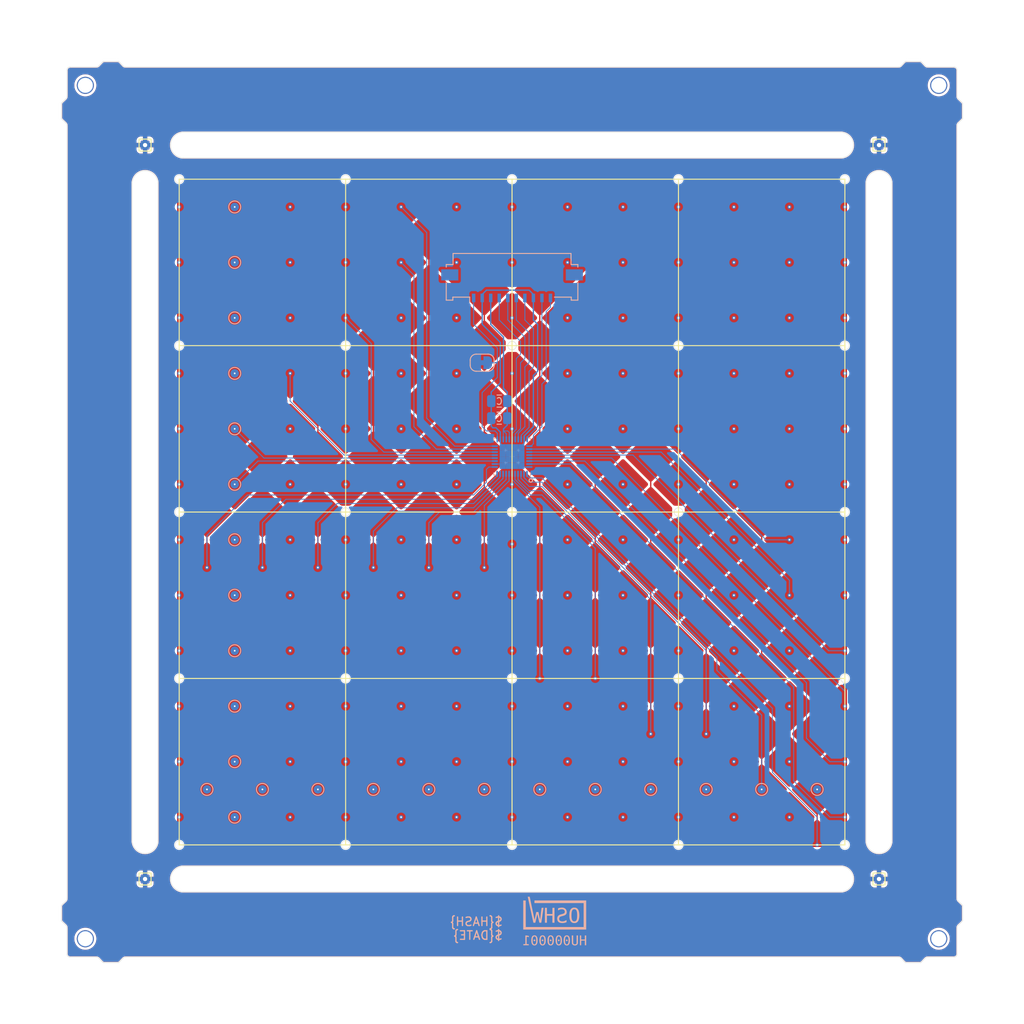
<source format=kicad_pcb>
(kicad_pcb (version 20241229) (generator "pcbnew") (generator_version "9.0")
  (layers (0 "F.Cu" signal) (4 "In1.Cu" signal) (6 "In2.Cu" signal) (2 "B.Cu" signal) (13 "F.Paste" user) (15 "B.Paste" user) (5 "F.SilkS" user "F.Silkscreen") (7 "B.SilkS" user "B.Silkscreen") (1 "F.Mask" user) (3 "B.Mask" user) (25 "Edge.Cuts" user))
  (net 0 "")
  (net 1 "/Y11")
  (net 2 "/Y10")
  (net 3 "/Y9")
  (net 4 "/Y8")
  (net 5 "/Y7")
  (net 6 "/Y6")
  (net 7 "/Y5")
  (net 8 "/Y4")
  (net 9 "/Y3")
  (net 10 "/Y2")
  (net 11 "/Y1")
  (net 12 "/Y0")
  (net 13 "/X0")
  (net 14 "/X1")
  (net 15 "/X2")
  (net 16 "/X3")
  (net 17 "/X4")
  (net 18 "/X5")
  (net 19 "/X6")
  (net 20 "/X7")
  (net 21 "/X8")
  (net 22 "/X9")
  (net 23 "/X10")
  (net 24 "/X11")
  (net 25 "GND")
  (net 26 "+3V3_UI")
  (net 27 "/DS0")
  (net 28 "/DBG_DATA")
  (net 29 "/DBG_CLK")
  (net 30 "/SDA")
  (net 31 "/SCL")
  (net 32 "/RESET")
  (net 33 "/CHG")
  (net 34 "/DBG_SS")
  (footprint "suku_basics:capsense_diamond_edge_bite_left" (layer "F.Cu") (at 61 64.25 90)
    (property "Reference" "CS1" (hide yes))
    (property "Value" "capsense_diamond_edge" (hide yes))
  )
  (footprint "suku_basics:capsense_diamond_edge" (layer "F.Cu") (at 61 70.75 90)
    (property "Reference" "CS2" (hide yes))
    (property "Value" "capsense_diamond_edge" (hide yes))
  )
  (footprint "suku_basics:capsense_diamond_edge_bite_right" (layer "F.Cu") (at 61 77.25 90)
    (property "Reference" "CS3" (hide yes))
    (property "Value" "capsense_diamond_edge" (hide yes))
  )
  (footprint "suku_basics:capsense_diamond_edge_bite_left" (layer "F.Cu") (at 61 83.75 90)
    (property "Reference" "CS4" (hide yes))
    (property "Value" "capsense_diamond_edge" (hide yes))
  )
  (footprint "suku_basics:capsense_diamond_edge" (layer "F.Cu") (at 139 90.25 -90)
    (property "Reference" "CS5" (hide yes))
    (property "Value" "capsense_diamond_edge" (hide yes))
  )
  (footprint "suku_basics:capsense_diamond_edge_bite_right" (layer "F.Cu") (at 61 96.75 90)
    (property "Reference" "CS6" (hide yes))
    (property "Value" "capsense_diamond_edge" (hide yes))
  )
  (footprint "suku_basics:capsense_diamond_edge_bite_left" (layer "F.Cu") (at 61 103.25 90)
    (property "Reference" "CS7" (hide yes))
    (property "Value" "capsense_diamond_edge" (hide yes))
  )
  (footprint "suku_basics:capsense_diamond_edge" (layer "F.Cu") (at 61 109.75 90)
    (property "Reference" "CS8" (hide yes))
    (property "Value" "capsense_diamond_edge" (hide yes))
  )
  (footprint "suku_basics:capsense_diamond_edge_bite_right" (layer "F.Cu") (at 61 116.25 90)
    (property "Reference" "CS9" (hide yes))
    (property "Value" "capsense_diamond_edge" (hide yes))
  )
  (footprint "suku_basics:capsense_diamond_edge_bite_left" (layer "F.Cu") (at 61 122.75 90)
    (property "Reference" "CS10" (hide yes))
    (property "Value" "capsense_diamond_edge" (hide yes))
  )
  (footprint "suku_basics:capsense_diamond_edge" (layer "F.Cu") (at 139 129.25 -90)
    (property "Reference" "CS11" (hide yes))
    (property "Value" "capsense_diamond_edge" (hide yes))
  )
  (footprint "suku_basics:capsense_diamond_edge_bite_right" (layer "F.Cu") (at 61 135.75 90)
    (property "Reference" "CS12" (hide yes))
    (property "Value" "capsense_diamond_edge" (hide yes))
  )
  (footprint "suku_basics:capsense_diamond" (layer "F.Cu") (at 64.25 93.5 90)
    (property "Reference" "CS14" (hide yes))
    (property "Value" "capsense_diamond" (hide yes))
  )
  (footprint "suku_basics:capsense_diamond_bite" (layer "F.Cu") (at 64.25 80.5)
    (property "Reference" "CS16" (hide yes))
    (property "Value" "capsense_diamond" (hide yes))
  )
  (footprint "suku_basics:capsense_diamond" (layer "F.Cu") (at 64.25 106.5 90)
    (property "Reference" "CS17" (hide yes))
    (property "Value" "capsense_diamond" (hide yes))
  )
  (footprint "suku_basics:capsense_diamond" (layer "F.Cu") (at 64.25 113 90)
    (property "Reference" "CS18" (hide yes))
    (property "Value" "capsense_diamond" (hide yes))
  )
  (footprint "suku_basics:capsense_diamond_bite" (layer "F.Cu") (at 64.25 100)
    (property "Reference" "CS19" (hide yes))
    (property "Value" "capsense_diamond" (hide yes))
  )
  (footprint "suku_basics:capsense_diamond" (layer "F.Cu") (at 64.25 126 90)
    (property "Reference" "CS20" (hide yes))
    (property "Value" "capsense_diamond" (hide yes))
  )
  (footprint "suku_basics:capsense_diamond" (layer "F.Cu") (at 64.25 87 90)
    (property "Reference" "CS21" (hide yes))
    (property "Value" "capsense_diamond" (hide yes))
  )
  (footprint "suku_basics:capsense_diamond_bite" (layer "F.Cu") (at 64.25 119.5)
    (property "Reference" "CS22" (hide yes))
    (property "Value" "capsense_diamond" (hide yes))
  )
  (footprint "suku_basics:capsense_diamond" (layer "F.Cu") (at 64.25 74 90)
    (property "Reference" "CS23" (hide yes))
    (property "Value" "capsense_diamond" (hide yes))
  )
  (footprint "suku_basics:capsense_diamond" (layer "F.Cu") (at 64.25 67.5 90)
    (property "Reference" "CS24" (hide yes))
    (property "Value" "capsense_diamond" (hide yes))
  )
  (footprint "suku_basics:capsense_diamond" (layer "F.Cu") (at 106.5 64.25 90)
    (property "Reference" "CS26" (hide yes))
    (property "Value" "capsense_diamond" (hide yes))
  )
  (footprint "suku_basics:capsense_diamond" (layer "F.Cu") (at 106.5 70.75 90)
    (property "Reference" "CS27" (hide yes))
    (property "Value" "capsense_diamond" (hide yes))
  )
  (footprint "suku_basics:capsense_diamond" (layer "F.Cu") (at 93.5 77.25)
    (property "Reference" "CS28" (hide yes))
    (property "Value" "capsense_diamond" (hide yes))
  )
  (footprint "suku_basics:capsense_diamond" (layer "F.Cu") (at 87 83.75)
    (property "Reference" "CS29" (hide yes))
    (property "Value" "capsense_diamond" (hide yes))
  )
  (footprint "suku_basics:capsense_diamond" (layer "F.Cu") (at 119.5 90.25)
    (property "Reference" "CS30" (hide yes))
    (property "Value" "capsense_diamond" (hide yes))
  )
  (footprint "suku_basics:capsense_diamond" (layer "F.Cu") (at 93.5 96.75)
    (property "Reference" "CS31" (hide yes))
    (property "Value" "capsense_diamond" (hide yes))
  )
  (footprint "suku_basics:capsense_diamond" (layer "F.Cu") (at 126 103.25)
    (property "Reference" "CS32" (hide yes))
    (property "Value" "capsense_diamond" (hide yes))
  )
  (footprint "suku_basics:capsense_diamond" (layer "F.Cu") (at 132.5 109.75)
    (property "Reference" "CS33" (hide yes))
    (property "Value" "capsense_diamond" (hide yes))
  )
  (footprint "suku_basics:capsense_diamond" (layer "F.Cu") (at 132.5 116.25)
    (property "Reference" "CS34" (hide yes))
    (property "Value" "capsense_diamond" (hide yes))
  )
  (footprint "suku_basics:capsense_diamond" (layer "F.Cu") (at 87 122.75)
    (property "Reference" "CS35" (hide yes))
    (property "Value" "capsense_diamond" (hide yes))
  )
  (footprint "suku_basics:capsense_diamond" (layer "F.Cu") (at 87 129.25)
    (property "Reference" "CS36" (hide yes))
    (property "Value" "capsense_diamond" (hide yes))
  )
  (footprint "suku_basics:capsense_diamond" (layer "F.Cu") (at 126 135.75)
    (property "Reference" "CS37" (hide yes))
    (property "Value" "capsense_diamond" (hide yes))
  )
  (footprint "suku_basics:capsense_diamond" (layer "F.Cu") (at 70.75 67.5 90)
    (property "Reference" "CS39" (hide yes))
    (property "Value" "capsense_diamond" (hide yes))
  )
  (footprint "suku_basics:capsense_diamond" (layer "F.Cu") (at 70.75 74 90)
    (property "Reference" "CS40" (hide yes))
    (property "Value" "capsense_diamond" (hide yes))
  )
  (footprint "suku_basics:capsense_diamond" (layer "F.Cu") (at 70.75 100 90)
    (property "Reference" "CS41" (hide yes))
    (property "Value" "capsense_diamond" (hide yes))
  )
  (footprint "suku_basics:capsense_diamond" (layer "F.Cu") (at 70.75 106.5 90)
    (property "Reference" "CS43" (hide yes))
    (property "Value" "capsense_diamond" (hide yes))
  )
  (footprint "suku_basics:capsense_diamond" (layer "F.Cu") (at 70.75 93.5 90)
    (property "Reference" "CS44" (hide yes))
    (property "Value" "capsense_diamond" (hide yes))
  )
  (footprint "suku_basics:capsense_diamond" (layer "F.Cu") (at 70.75 87 90)
    (property "Reference" "CS45" (hide yes))
    (property "Value" "capsense_diamond" (hide yes))
  )
  (footprint "suku_basics:capsense_diamond" (layer "F.Cu") (at 70.75 126 90)
    (property "Reference" "CS46" (hide yes))
    (property "Value" "capsense_diamond" (hide yes))
  )
  (footprint "suku_basics:capsense_diamond" (layer "F.Cu") (at 70.75 119.5 90)
    (property "Reference" "CS47" (hide yes))
    (property "Value" "capsense_diamond" (hide yes))
  )
  (footprint "suku_basics:capsense_diamond" (layer "F.Cu") (at 70.75 113 90)
    (property "Reference" "CS48" (hide yes))
    (property "Value" "capsense_diamond" (hide yes))
  )
  (footprint "suku_basics:capsense_diamond" (layer "F.Cu") (at 70.75 80.5 90)
    (property "Reference" "CS49" (hide yes))
    (property "Value" "capsense_diamond" (hide yes))
  )
  (footprint "suku_basics:capsense_diamond" (layer "F.Cu") (at 132.5 64.25)
    (property "Reference" "CS51" (hide yes))
    (property "Value" "capsense_diamond" (hide yes))
  )
  (footprint "suku_basics:capsense_diamond" (layer "F.Cu") (at 80.5 70.75 90)
    (property "Reference" "CS52" (hide yes))
    (property "Value" "capsense_diamond" (hide yes))
  )
  (footprint "suku_basics:capsense_diamond" (layer "F.Cu") (at 113 77.25)
    (property "Reference" "CS53" (hide yes))
    (property "Value" "capsense_diamond" (hide yes))
  )
  (footprint "suku_basics:capsense_diamond" (layer "F.Cu") (at 126 83.75)
    (property "Reference" "CS54" (hide yes))
    (property "Value" "capsense_diamond" (hide yes))
  )
  (footprint "suku_basics:capsense_diamond" (layer "F.Cu") (at 113 90.25)
    (property "Reference" "CS55" (hide yes))
    (property "Value" "capsense_diamond" (hide yes))
  )
  (footprint "suku_basics:capsense_diamond" (layer "F.Cu") (at 87 96.75)
    (property "Reference" "CS56" (hide yes))
    (property "Value" "capsense_diamond" (hide yes))
  )
  (footprint "suku_basics:capsense_diamond" (layer "F.Cu") (at 87 103.25)
    (property "Reference" "CS57" (hide yes))
    (property "Value" "capsense_diamond" (hide yes))
  )
  (footprint "suku_basics:capsense_diamond" (layer "F.Cu") (at 93.5 109.75)
    (property "Reference" "CS58" (hide yes))
    (property "Value" "capsense_diamond" (hide yes))
  )
  (footprint "suku_basics:capsense_diamond" (layer "F.Cu") (at 126 116.25)
    (property "Reference" "CS59" (hide yes))
    (property "Value" "capsense_diamond" (hide yes))
  )
  (footprint "suku_basics:capsense_diamond" (layer "F.Cu") (at 126 122.75)
    (property "Reference" "CS60" (hide yes))
    (property "Value" "capsense_diamond" (hide yes))
  )
  (footprint "suku_basics:capsense_diamond" (layer "F.Cu") (at 74 129.25)
    (property "Reference" "CS61" (hide yes))
    (property "Value" "capsense_diamond" (hide yes))
  )
  (footprint "suku_basics:capsense_diamond" (layer "F.Cu") (at 67.5 135.75)
    (property "Reference" "CS62" (hide yes))
    (property "Value" "capsense_diamond" (hide yes))
  )
  (footprint "suku_basics:capsense_diamond_edge_bite_left" (layer "F.Cu") (at 77.25 61)
    (property "Reference" "CS63" (hide yes))
    (property "Value" "capsense_diamond_edge" (hide yes))
  )
  (footprint "suku_basics:capsense_diamond" (layer "F.Cu") (at 77.25 113)
    (property "Reference" "CS64" (hide yes))
    (property "Value" "capsense_diamond" (hide yes))
  )
  (footprint "suku_basics:capsense_diamond" (layer "F.Cu") (at 77.25 132.5)
    (property "Reference" "CS65" (hide yes))
    (property "Value" "capsense_diamond" (hide yes))
  )
  (footprint "suku_basics:capsense_diamond_bite" (layer "F.Cu") (at 77.25 80.5 180)
    (property "Reference" "CS66" (hide yes))
    (property "Value" "capsense_diamond" (hide yes))
  )
  (footprint "suku_basics:capsense_diamond" (layer "F.Cu") (at 77.25 87)
    (property "Reference" "CS67" (hide yes))
    (property "Value" "capsense_diamond" (hide yes))
  )
  (footprint "suku_basics:capsense_diamond" (layer "F.Cu") (at 77.25 74)
    (property "Reference" "CS68" (hide yes))
    (property "Value" "capsense_diamond" (hide yes))
  )
  (footprint "suku_basics:capsense_diamond_bite" (layer "F.Cu") (at 77.25 100 180)
    (property "Reference" "CS69" (hide yes))
    (property "Value" "capsense_diamond" (hide yes))
  )
  (footprint "suku_basics:capsense_diamond" (layer "F.Cu") (at 77.25 67.5)
    (property "Reference" "CS70" (hide yes))
    (property "Value" "capsense_diamond" (hide yes))
  )
  (footprint "suku_basics:capsense_diamond" (layer "F.Cu") (at 77.25 106.5)
    (property "Reference" "CS71" (hide yes))
    (property "Value" "capsense_diamond" (hide yes))
  )
  (footprint "suku_basics:capsense_diamond_bite" (layer "F.Cu") (at 77.25 119.5 180)
    (property "Reference" "CS72" (hide yes))
    (property "Value" "capsense_diamond" (hide yes))
  )
  (footprint "suku_basics:capsense_diamond" (layer "F.Cu") (at 77.25 93.5)
    (property "Reference" "CS73" (hide yes))
    (property "Value" "capsense_diamond" (hide yes))
  )
  (footprint "suku_basics:capsense_diamond" (layer "F.Cu") (at 77.25 126)
    (property "Reference" "CS74" (hide yes))
    (property "Value" "capsense_diamond" (hide yes))
  )
  (footprint "suku_basics:capsense_diamond_bite" (layer "F.Cu") (at 80.5 64.25 -90)
    (property "Reference" "CS76" (hide yes))
    (property "Value" "capsense_diamond" (hide yes))
  )
  (footprint "suku_basics:capsense_diamond" (layer "F.Cu") (at 67.5 70.75 90)
    (property "Reference" "CS77" (hide yes))
    (property "Value" "capsense_diamond" (hide yes))
  )
  (footprint "suku_basics:capsense_diamond_bite" (layer "F.Cu") (at 80.5 77.25 90)
    (property "Reference" "CS78" (hide yes))
    (property "Value" "capsense_diamond" (hide yes))
  )
  (footprint "suku_basics:capsense_diamond_bite" (layer "F.Cu") (at 80.5 83.75 -90)
    (property "Reference" "CS79" (hide yes))
    (property "Value" "capsense_diamond" (hide yes))
  )
  (footprint "suku_basics:capsense_diamond" (layer "F.Cu") (at 93.5 90.25)
    (property "Reference" "CS80" (hide yes))
    (property "Value" "capsense_diamond" (hide yes))
  )
  (footprint "suku_basics:capsense_diamond_bite" (layer "F.Cu") (at 80.5 96.75 90)
    (property "Reference" "CS81" (hide yes))
    (property "Value" "capsense_diamond" (hide yes))
  )
  (footprint "suku_basics:capsense_diamond_bite" (layer "F.Cu") (at 80.5 103.25 -90)
    (property "Reference" "CS82" (hide yes))
    (property "Value" "capsense_diamond" (hide yes))
  )
  (footprint "suku_basics:capsense_diamond" (layer "F.Cu") (at 87 109.75)
    (property "Reference" "CS83" (hide yes))
    (property "Value" "capsense_diamond" (hide yes))
  )
  (footprint "suku_basics:capsense_diamond_bite" (layer "F.Cu") (at 80.5 116.25 90)
    (property "Reference" "CS84" (hide yes))
    (property "Value" "capsense_diamond" (hide yes))
  )
  (footprint "suku_basics:capsense_diamond_bite" (layer "F.Cu") (at 80.5 122.75 -90)
    (property "Reference" "CS85" (hide yes))
    (property "Value" "capsense_diamond" (hide yes))
  )
  (footprint "suku_basics:capsense_diamond" (layer "F.Cu") (at 67.5 129.25)
    (property "Reference" "CS86" (hide yes))
    (property "Value" "capsense_diamond" (hide yes))
  )
  (footprint "suku_basics:capsense_diamond_bite" (layer "F.Cu") (at 80.5 135.75 90)
    (property "Reference" "CS87" (hide yes))
    (property "Value" "capsense_diamond" (hide yes))
  )
  (footprint "suku_basics:capsense_diamond_edge_bite_right" (layer "F.Cu") (at 83.75 61)
    (property "Reference" "CS88" (hide yes))
    (property "Value" "capsense_diamond_edge" (hide yes))
  )
  (footprint "suku_basics:capsense_diamond" (layer "F.Cu") (at 83.75 132.5)
    (property "Reference" "CS89" (hide yes))
    (property "Value" "capsense_diamond" (hide yes))
  )
  (footprint "suku_basics:capsense_diamond" (layer "F.Cu") (at 83.75 74)
    (property "Reference" "CS90" (hide yes))
    (property "Value" "capsense_diamond" (hide yes))
  )
  (footprint "suku_basics:capsense_diamond_bite" (layer "F.Cu") (at 83.75 80.5)
    (property "Reference" "CS91" (hide yes))
    (property "Value" "capsense_diamond" (hide yes))
  )
  (footprint "suku_basics:capsense_diamond" (layer "F.Cu") (at 83.75 93.5)
    (property "Reference" "CS92" (hide yes))
    (property "Value" "capsense_diamond" (hide yes))
  )
  (footprint "suku_basics:capsense_diamond" (layer "F.Cu") (at 83.75 106.5)
    (property "Reference" "CS93" (hide yes))
    (property "Value" "capsense_diamond" (hide yes))
  )
  (footprint "suku_basics:capsense_diamond_bite" (layer "F.Cu") (at 83.75 100)
    (property "Reference" "CS94" (hide yes))
    (property "Value" "capsense_diamond" (hide yes))
  )
  (footprint "suku_basics:capsense_diamond" (layer "F.Cu") (at 83.75 87)
    (property "Reference" "CS95" (hide yes))
    (property "Value" "capsense_diamond" (hide yes))
  )
  (footprint "suku_basics:capsense_diamond" (layer "F.Cu") (at 83.75 113)
    (property "Reference" "CS96" (hide yes))
    (property "Value" "capsense_diamond" (hide yes))
  )
  (footprint "suku_basics:capsense_diamond" (layer "F.Cu") (at 83.75 126)
    (property "Reference" "CS98" (hide yes))
    (property "Value" "capsense_diamond" (hide yes))
  )
  (footprint "suku_basics:capsense_diamond" (layer "F.Cu") (at 83.75 67.5)
    (property "Reference" "CS99" (hide yes))
    (property "Value" "capsense_diamond" (hide yes))
  )
  (footprint "suku_basics:capsense_diamond_edge_bite_left" (layer "F.Cu") (at 83.75 139 180)
    (property "Reference" "CS100" (hide yes))
    (property "Value" "capsense_diamond_edge" (hide yes))
  )
  (footprint "suku_basics:capsense_diamond" (layer "F.Cu") (at 93.5 64.25 90)
    (property "Reference" "CS101" (hide yes))
    (property "Value" "capsense_diamond" (hide yes))
  )
  (footprint "suku_basics:capsense_diamond" (layer "F.Cu") (at 93.5 70.75 90)
    (property "Reference" "CS102" (hide yes))
    (property "Value" "capsense_diamond" (hide yes))
  )
  (footprint "suku_basics:capsense_diamond" (layer "F.Cu") (at 106.5 77.25)
    (property "Reference" "CS103" (hide yes))
    (property "Value" "capsense_diamond" (hide yes))
  )
  (footprint "suku_basics:capsense_diamond" (layer "F.Cu") (at 93.5 83.75)
    (property "Reference" "CS104" (hide yes))
    (property "Value" "capsense_diamond" (hide yes))
  )
  (footprint "suku_basics:capsense_diamond" (layer "F.Cu") (at 100 90.25)
    (property "Reference" "CS105" (hide yes))
    (property "Value" "capsense_diamond" (hide yes))
  )
  (footprint "suku_basics:capsense_diamond" (layer "F.Cu") (at 106.5 96.75)
    (property "Reference" "CS106" (hide yes))
    (property "Value" "capsense_diamond" (hide yes))
  )
  (footprint "suku_basics:capsense_diamond" (layer "F.Cu") (at 113 103.25)
    (property "Reference" "CS107" (hide yes))
    (property "Value" "capsense_diamond" (hide yes))
  )
  (footprint "suku_basics:capsense_diamond" (layer "F.Cu") (at 126 109.75)
    (property "Reference" "CS108" (hide yes))
    (property "Value" "capsense_diamond" (hide yes))
  )
  (footprint "suku_basics:capsense_diamond" (layer "F.Cu") (at 74 116.25)
    (property "Reference" "CS109" (hide yes))
    (property "Value" "capsense_diamond" (hide yes))
  )
  (footprint "suku_basics:capsense_diamond" (layer "F.Cu") (at 93.5 122.75)
    (property "Reference" "CS110" (hide yes))
    (property "Value" "capsense_diamond" (hide yes))
  )
  (footprint "suku_basics:capsense_diamond" (layer "F.Cu") (at 132.5 129.25)
    (property "Reference" "CS111" (hide yes))
    (property "Value" "capsense_diamond" (hide yes))
  )
  (footprint "suku_basics:capsense_diamond" (layer "F.Cu") (at 132.5 135.75)
    (property "Reference" "CS112" (hide yes))
    (property "Value" "capsense_diamond" (hide yes))
  )
  (footprint "suku_basics:capsense_diamond_edge" (layer "F.Cu") (at 90.25 61)
    (property "Reference" "CS113" (hide yes))
    (property "Value" "capsense_diamond_edge" (hide yes))
  )
  (footprint "suku_basics:capsense_diamond" (layer "F.Cu") (at 90.25 132.5)
    (property "Reference" "CS114" (hide yes))
    (property "Value" "capsense_diamond" (hide yes))
  )
  (footprint "suku_basics:capsense_diamond" (layer "F.Cu") (at 90.25 119.5)
    (property "Reference" "CS115" (hide yes))
    (property "Value" "capsense_diamond" (hide yes))
  )
  (footprint "suku_basics:capsense_diamond" (layer "F.Cu") (at 90.25 113)
    (property "Reference" "CS116" (hide yes))
    (property "Value" "capsense_diamond" (hide yes))
  )
  (footprint "suku_basics:capsense_diamond" (layer "F.Cu") (at 90.25 126)
    (property "Reference" "CS117" (hide yes))
    (property "Value" "capsense_diamond" (hide yes))
  )
  (footprint "suku_basics:capsense_diamond" (layer "F.Cu") (at 90.25 93.5)
    (property "Reference" "CS118" (hide yes))
    (property "Value" "capsense_diamond" (hide yes))
  )
  (footprint "suku_basics:capsense_diamond" (layer "F.Cu") (at 90.25 74)
    (property "Reference" "CS119" (hide yes))
    (property "Value" "capsense_diamond" (hide yes))
  )
  (footprint "suku_basics:capsense_diamond" (layer "F.Cu") (at 90.25 67.5)
    (property "Reference" "CS120" (hide yes))
    (property "Value" "capsense_diamond" (hide yes))
  )
  (footprint "suku_basics:capsense_diamond" (layer "F.Cu") (at 90.25 106.5)
    (property "Reference" "CS121" (hide yes))
    (property "Value" "capsense_diamond" (hide yes))
  )
  (footprint "suku_basics:capsense_diamond" (layer "F.Cu") (at 90.25 100)
    (property "Reference" "CS122" (hide yes))
    (property "Value" "capsense_diamond" (hide yes))
  )
  (footprint "suku_basics:capsense_diamond" (layer "F.Cu") (at 90.25 87)
    (property "Reference" "CS123" (hide yes))
    (property "Value" "capsense_diamond" (hide yes))
  )
  (footprint "suku_basics:capsense_diamond" (layer "F.Cu") (at 90.25 80.5)
    (property "Reference" "CS124" (hide yes))
    (property "Value" "capsense_diamond" (hide yes))
  )
  (footprint "suku_basics:capsense_diamond_edge" (layer "F.Cu") (at 90.25 139 180)
    (property "Reference" "CS125" (hide yes))
    (property "Value" "capsense_diamond_edge" (hide yes))
  )
  (footprint "suku_basics:capsense_diamond" (layer "F.Cu") (at 113 64.25)
    (property "Reference" "CS126" (hide yes))
    (property "Value" "capsense_diamond" (hide yes))
  )
  (footprint "suku_basics:capsense_diamond" (layer "F.Cu") (at 74 70.75 90)
    (property "Reference" "CS127" (hide yes))
    (property "Value" "capsense_diamond" (hide yes))
  )
  (footprint "suku_basics:capsense_diamond" (layer "F.Cu") (at 74 77.25)
    (property "Reference" "CS128" (hide yes))
    (property "Value" "capsense_diamond" (hide yes))
  )
  (footprint "suku_basics:capsense_diamond" (layer "F.Cu") (at 132.5 83.75)
    (property "Reference" "CS129" (hide yes))
    (property "Value" "capsense_diamond" (hide yes))
  )
  (footprint "suku_basics:capsense_diamond" (layer "F.Cu") (at 126 90.25)
    (property "Reference" "CS130" (hide yes))
    (property "Value" "capsense_diamond" (hide yes))
  )
  (footprint "suku_basics:capsense_diamond" (layer "F.Cu") (at 132.5 96.75)
    (property "Reference" "CS131" (hide yes))
    (property "Value" "capsense_diamond" (hide yes))
  )
  (footprint "suku_basics:capsense_diamond" (layer "F.Cu") (at 132.5 103.25)
    (property "Reference" "CS132" (hide yes))
    (property "Value" "capsense_diamond" (hide yes))
  )
  (footprint "suku_basics:capsense_diamond" (layer "F.Cu") (at 80.5 109.75)
    (property "Reference" "CS133" (hide yes))
    (property "Value" "capsense_diamond" (hide yes))
  )
  (footprint "suku_basics:capsense_diamond" (layer "F.Cu") (at 113 116.25)
    (property "Reference" "CS134" (hide yes))
    (property "Value" "capsense_diamond" (hide yes))
  )
  (footprint "suku_basics:capsense_diamond" (layer "F.Cu") (at 106.5 122.75)
    (property "Reference" "CS135" (hide yes))
    (property "Value" "capsense_diamond" (hide yes))
  )
  (footprint "suku_basics:capsense_diamond" (layer "F.Cu") (at 93.5 129.25)
    (property "Reference" "CS136" (hide yes))
    (property "Value" "capsense_diamond" (hide yes))
  )
  (footprint "suku_basics:capsense_diamond" (layer "F.Cu") (at 93.5 135.75)
    (property "Reference" "CS137" (hide yes))
    (property "Value" "capsense_diamond" (hide yes))
  )
  (footprint "suku_basics:capsense_diamond_edge_bite_left" (layer "F.Cu") (at 96.75 61)
    (property "Reference" "CS138" (hide yes))
    (property "Value" "capsense_diamond_edge" (hide yes))
  )
  (footprint "suku_basics:capsense_diamond" (layer "F.Cu") (at 96.75 106.5)
    (property "Reference" "CS139" (hide yes))
    (property "Value" "capsense_diamond" (hide yes))
  )
  (footprint "suku_basics:capsense_diamond" (layer "F.Cu") (at 96.75 87)
    (property "Reference" "CS140" (hide yes))
    (property "Value" "capsense_diamond" (hide yes))
  )
  (footprint "suku_basics:capsense_diamond_bite" (layer "F.Cu") (at 96.75 80.5 180)
    (property "Reference" "CS141" (hide yes))
    (property "Value" "capsense_diamond" (hide yes))
  )
  (footprint "suku_basics:capsense_diamond" (layer "F.Cu") (at 96.75 74)
    (property "Reference" "CS142" (hide yes))
    (property "Value" "capsense_diamond" (hide yes))
  )
  (footprint "suku_basics:capsense_diamond" (layer "F.Cu") (at 96.75 126)
    (property "Reference" "CS143" (hide yes))
    (property "Value" "capsense_diamond" (hide yes))
  )
  (footprint "suku_basics:capsense_diamond_bite" (layer "F.Cu") (at 96.75 100 180)
    (property "Reference" "CS144" (hide yes))
    (property "Value" "capsense_diamond" (hide yes))
  )
  (footprint "suku_basics:capsense_diamond" (layer "F.Cu") (at 96.75 113)
    (property "Reference" "CS145" (hide yes))
    (property "Value" "capsense_diamond" (hide yes))
  )
  (footprint "suku_basics:capsense_diamond" (layer "F.Cu") (at 96.75 93.5)
    (property "Reference" "CS146" (hide yes))
    (property "Value" "capsense_diamond" (hide yes))
  )
  (footprint "suku_basics:capsense_diamond_bite" (layer "F.Cu") (at 96.75 119.5 180)
    (property "Reference" "CS147" (hide yes))
    (property "Value" "capsense_diamond" (hide yes))
  )
  (footprint "suku_basics:capsense_diamond" (layer "F.Cu") (at 96.75 67.5)
    (property "Reference" "CS148" (hide yes))
    (property "Value" "capsense_diamond" (hide yes))
  )
  (footprint "suku_basics:capsense_diamond" (layer "F.Cu") (at 96.75 132.5)
    (property "Reference" "CS149" (hide yes))
    (property "Value" "capsense_diamond" (hide yes))
  )
  (footprint "suku_basics:capsense_diamond_edge_bite_right" (layer "F.Cu") (at 96.75 139 180)
    (property "Reference" "CS150" (hide yes))
    (property "Value" "capsense_diamond_edge" (hide yes))
  )
  (footprint "suku_basics:capsense_diamond_bite" (layer "F.Cu") (at 100 64.25 -90)
    (property "Reference" "CS151" (hide yes))
    (property "Value" "capsense_diamond" (hide yes))
  )
  (footprint "suku_basics:capsense_diamond" (layer "F.Cu") (at 132.5 70.75)
    (property "Reference" "CS152" (hide yes))
    (property "Value" "capsense_diamond" (hide yes))
  )
  (footprint "suku_basics:capsense_diamond_bite" (layer "F.Cu") (at 100 77.25 90)
    (property "Reference" "CS153" (hide yes))
    (property "Value" "capsense_diamond" (hide yes))
  )
  (footprint "suku_basics:capsense_diamond_bite" (layer "F.Cu") (at 100 83.75 -90)
    (property "Reference" "CS154" (hide yes))
    (property "Value" "capsense_diamond" (hide yes))
  )
  (footprint "suku_basics:capsense_diamond" (layer "F.Cu") (at 132.5 90.25)
    (property "Reference" "CS155" (hide yes))
    (property "Value" "capsense_diamond" (hide yes))
  )
  (footprint "suku_basics:capsense_diamond_bite" (layer "F.Cu") (at 100 103.25 -90)
    (property "Reference" "CS157" (hide yes))
    (property "Value" "capsense_diamond" (hide yes))
  )
  (footprint "suku_basics:capsense_diamond" (layer "F.Cu") (at 119.5 109.75)
    (property "Reference" "CS158" (hide yes))
    (property "Value" "capsense_diamond" (hide yes))
  )
  (footprint "suku_basics:capsense_diamond_bite" (layer "F.Cu") (at 100 116.25 90)
    (property "Reference" "CS159" (hide yes))
    (property "Value" "capsense_diamond" (hide yes))
  )
  (footprint "suku_basics:capsense_diamond_bite" (layer "F.Cu") (at 100 122.75 -90)
    (property "Reference" "CS160" (hide yes))
    (property "Value" "capsense_diamond" (hide yes))
  )
  (footprint "suku_basics:capsense_diamond" (layer "F.Cu") (at 106.5 129.25)
    (property "Reference" "CS161" (hide yes))
    (property "Value" "capsense_diamond" (hide yes))
  )
  (footprint "suku_basics:capsense_diamond_bite" (layer "F.Cu") (at 100 135.75 90)
    (property "Reference" "CS162" (hide yes))
    (property "Value" "capsense_diamond" (hide yes))
  )
  (footprint "suku_basics:capsense_diamond_edge_bite_right" (layer "F.Cu") (at 103.25 61)
    (property "Reference" "CS163" (hide yes))
    (property "Value" "capsense_diamond_edge" (hide yes))
  )
  (footprint "suku_basics:capsense_diamond" (layer "F.Cu") (at 103.25 93.5)
    (property "Reference" "CS164" (hide yes))
    (property "Value" "capsense_diamond" (hide yes))
  )
  (footprint "suku_basics:capsense_diamond" (layer "F.Cu") (at 103.25 126)
    (property "Reference" "CS165" (hide yes))
    (property "Value" "capsense_diamond" (hide yes))
  )
  (footprint "suku_basics:capsense_diamond_bite" (layer "F.Cu") (at 103.25 80.5)
    (property "Reference" "CS166" (hide yes))
    (property "Value" "capsense_diamond" (hide yes))
  )
  (footprint "suku_basics:capsense_diamond" (layer "F.Cu") (at 103.25 74)
    (property "Reference" "CS167" (hide yes))
    (property "Value" "capsense_diamond" (hide yes))
  )
  (footprint "suku_basics:capsense_diamond" (layer "F.Cu") (at 103.25 67.5)
    (property "Reference" "CS168" (hide yes))
    (property "Value" "capsense_diamond" (hide yes))
  )
  (footprint "suku_basics:capsense_diamond_bite" (layer "F.Cu") (at 103.25 100)
    (property "Reference" "CS169" (hide yes))
    (property "Value" "capsense_diamond" (hide yes))
  )
  (footprint "suku_basics:capsense_diamond" (layer "F.Cu") (at 103.25 106.5)
    (property "Reference" "CS170" (hide yes))
    (property "Value" "capsense_diamond" (hide yes))
  )
  (footprint "suku_basics:capsense_diamond" (layer "F.Cu") (at 103.25 87)
    (property "Reference" "CS171" (hide yes))
    (property "Value" "capsense_diamond" (hide yes))
  )
  (footprint "suku_basics:capsense_diamond_bite" (layer "F.Cu") (at 103.25 119.5)
    (property "Reference" "CS172" (hide yes))
    (property "Value" "capsense_diamond" (hide yes))
  )
  (footprint "suku_basics:capsense_diamond" (layer "F.Cu") (at 103.25 113)
    (property "Reference" "CS173" (hide yes))
    (property "Value" "capsense_diamond" (hide yes))
  )
  (footprint "suku_basics:capsense_diamond" (layer "F.Cu") (at 103.25 132.5)
    (property "Reference" "CS174" (hide yes))
    (property "Value" "capsense_diamond" (hide yes))
  )
  (footprint "suku_basics:capsense_diamond_edge_bite_left" (layer "F.Cu") (at 103.25 139 180)
    (property "Reference" "CS175" (hide yes))
    (property "Value" "capsense_diamond_edge" (hide yes))
  )
  (footprint "suku_basics:capsense_diamond" (layer "F.Cu") (at 67.5 64.25 90)
    (property "Reference" "CS176" (hide yes))
    (property "Value" "capsense_diamond" (hide yes))
  )
  (footprint "suku_basics:capsense_diamond" (layer "F.Cu") (at 126 70.75)
    (property "Reference" "CS177" (hide yes))
    (property "Value" "capsense_diamond" (hide yes))
  )
  (footprint "suku_basics:capsense_diamond" (layer "F.Cu") (at 87 77.25)
    (property "Reference" "CS178" (hide yes))
    (property "Value" "capsense_diamond" (hide yes))
  )
  (footprint "suku_basics:capsense_diamond" (layer "F.Cu") (at 74 83.75)
    (property "Reference" "CS179" (hide yes))
    (property "Value" "capsense_diamond" (hide yes))
  )
  (footprint "suku_basics:capsense_diamond" (layer "F.Cu") (at 87 90.25)
    (property "Reference" "CS180" (hide yes))
    (property "Value" "capsense_diamond" (hide yes))
  )
  (footprint "suku_basics:capsense_diamond" (layer "F.Cu") (at 67.5 96.75)
    (property "Reference" "CS181" (hide yes))
    (property "Value" "capsense_diamond" (hide yes))
  )
  (footprint "suku_basics:capsense_diamond" (layer "F.Cu") (at 67.5 103.25)
    (property "Reference" "CS182" (hide yes))
    (property "Value" "capsense_diamond" (hide yes))
  )
  (footprint "suku_basics:capsense_diamond" (layer "F.Cu") (at 67.5 109.75)
    (property "Reference" "CS183" (hide yes))
    (property "Value" "capsense_diamond" (hide yes))
  )
  (footprint "suku_basics:capsense_diamond" (layer "F.Cu") (at 87 116.25)
    (property "Reference" "CS184" (hide yes))
    (property "Value" "capsense_diamond" (hide yes))
  )
  (footprint "suku_basics:capsense_diamond" (layer "F.Cu") (at 74 122.75)
    (property "Reference" "CS185" (hide yes))
    (property "Value" "capsense_diamond" (hide yes))
  )
  (footprint "suku_basics:capsense_diamond" (layer "F.Cu") (at 100 129.25)
    (property "Reference" "CS186" (hide yes))
    (property "Value" "capsense_diamond" (hide yes))
  )
  (footprint "suku_basics:capsense_diamond" (layer "F.Cu") (at 113 135.75)
    (property "Reference" "CS187" (hide yes))
    (property "Value" "capsense_diamond" (hide yes))
  )
  (footprint "suku_basics:capsense_diamond_edge" (layer "F.Cu") (at 109.75 139 180)
    (property "Reference" "CS188" (hide yes))
    (property "Value" "capsense_diamond_edge" (hide yes))
  )
  (footprint "suku_basics:capsense_diamond" (layer "F.Cu") (at 109.75 93.5)
    (property "Reference" "CS189" (hide yes))
    (property "Value" "capsense_diamond" (hide yes))
  )
  (footprint "suku_basics:capsense_diamond" (layer "F.Cu") (at 109.75 100)
    (property "Reference" "CS190" (hide yes))
    (property "Value" "capsense_diamond" (hide yes))
  )
  (footprint "suku_basics:capsense_diamond" (layer "F.Cu") (at 109.75 106.5)
    (property "Reference" "CS191" (hide yes))
    (property "Value" "capsense_diamond" (hide yes))
  )
  (footprint "suku_basics:capsense_diamond" (layer "F.Cu") (at 109.75 113)
    (property "Reference" "CS192" (hide yes))
    (property "Value" "capsense_diamond" (hide yes))
  )
  (footprint "suku_basics:capsense_diamond" (layer "F.Cu") (at 109.75 80.5)
    (property "Reference" "CS193" (hide yes))
    (property "Value" "capsense_diamond" (hide yes))
  )
  (footprint "suku_basics:capsense_diamond" (layer "F.Cu") (at 109.75 74)
    (property "Reference" "CS194" (hide yes))
    (property "Value" "capsense_diamond" (hide yes))
  )
  (footprint "suku_basics:capsense_diamond" (layer "F.Cu") (at 109.75 67.5)
    (property "Reference" "CS195" (hide yes))
    (property "Value" "capsense_diamond" (hide yes))
  )
  (footprint "suku_basics:capsense_diamond" (layer "F.Cu") (at 109.75 87)
    (property "Reference" "CS196" (hide yes))
    (property "Value" "capsense_diamond" (hide yes))
  )
  (footprint "suku_basics:capsense_diamond" (layer "F.Cu") (at 109.75 126)
    (property "Reference" "CS197" (hide yes))
    (property "Value" "capsense_diamond" (hide yes))
  )
  (footprint "suku_basics:capsense_diamond" (layer "F.Cu") (at 109.75 132.5)
    (property "Reference" "CS198" (hide yes))
    (property "Value" "capsense_diamond" (hide yes))
  )
  (footprint "suku_basics:capsense_diamond" (layer "F.Cu") (at 109.75 119.5)
    (property "Reference" "CS199" (hide yes))
    (property "Value" "capsense_diamond" (hide yes))
  )
  (footprint "suku_basics:capsense_diamond_edge" (layer "F.Cu") (at 109.75 61)
    (property "Reference" "CS200" (hide yes))
    (property "Value" "capsense_diamond_edge" (hide yes))
  )
  (footprint "suku_basics:capsense_diamond" (layer "F.Cu") (at 87 64.25 90)
    (property "Reference" "CS201" (hide yes))
    (property "Value" "capsense_diamond" (hide yes))
  )
  (footprint "suku_basics:capsense_diamond" (layer "F.Cu") (at 87 70.75 90)
    (property "Reference" "CS202" (hide yes))
    (property "Value" "capsense_diamond" (hide yes))
  )
  (footprint "suku_basics:capsense_diamond" (layer "F.Cu") (at 126 77.25)
    (property "Reference" "CS203" (hide yes))
    (property "Value" "capsense_diamond" (hide yes))
  )
  (footprint "suku_basics:capsense_diamond" (layer "F.Cu") (at 113 83.75)
    (property "Reference" "CS204" (hide yes))
    (property "Value" "capsense_diamond" (hide yes))
  )
  (footprint "suku_basics:capsense_diamond" (layer "F.Cu") (at 106.5 90.25)
    (property "Reference" "CS205" (hide yes))
    (property "Value" "capsense_diamond" (hide yes))
  )
  (footprint "suku_basics:capsense_diamond" (layer "F.Cu") (at 126 96.75)
    (property "Reference" "CS206" (hide yes))
    (property "Value" "capsense_diamond" (hide yes))
  )
  (footprint "suku_basics:capsense_diamond" (layer "F.Cu") (at 106.5 103.25)
    (property "Reference" "CS207" (hide yes))
    (property "Value" "capsense_diamond" (hide yes))
  )
  (footprint "suku_basics:capsense_diamond" (layer "F.Cu") (at 106.5 109.75)
    (property "Reference" "CS208" (hide yes))
    (property "Value" "capsense_diamond" (hide yes))
  )
  (footprint "suku_basics:capsense_diamond" (layer "F.Cu") (at 93.5 116.25)
    (property "Reference" "CS209" (hide yes))
    (property "Value" "capsense_diamond" (hide yes))
  )
  (footprint "suku_basics:capsense_diamond" (layer "F.Cu") (at 113 122.75)
    (property "Reference" "CS210" (hide yes))
    (property "Value" "capsense_diamond" (hide yes))
  )
  (footprint "suku_basics:capsense_diamond" (layer "F.Cu") (at 119.5 129.25)
    (property "Reference" "CS211" (hide yes))
    (property "Value" "capsense_diamond" (hide yes))
  )
  (footprint "suku_basics:capsense_diamond" (layer "F.Cu") (at 87 135.75)
    (property "Reference" "CS212" (hide yes))
    (property "Value" "capsense_diamond" (hide yes))
  )
  (footprint "suku_basics:capsense_diamond_edge_bite_left" (layer "F.Cu") (at 116.25 61)
    (property "Reference" "CS213" (hide yes))
    (property "Value" "capsense_diamond_edge" (hide yes))
  )
  (footprint "suku_basics:capsense_diamond" (layer "F.Cu") (at 116.25 93.5)
    (property "Reference" "CS214" (hide yes))
    (property "Value" "capsense_diamond" (hide yes))
  )
  (footprint "suku_basics:capsense_diamond" (layer "F.Cu") (at 116.25 126)
    (property "Reference" "CS215" (hide yes))
    (property "Value" "capsense_diamond" (hide yes))
  )
  (footprint "suku_basics:capsense_diamond_bite" (layer "F.Cu") (at 116.25 80.5 180)
    (property "Reference" "CS216" (hide yes))
    (property "Value" "capsense_diamond" (hide yes))
  )
  (footprint "suku_basics:capsense_diamond" (layer "F.Cu") (at 116.25 67.5)
    (property "Reference" "CS217" (hide yes))
    (property "Value" "capsense_diamond" (hide yes))
  )
  (footprint "suku_basics:capsense_diamond" (layer "F.Cu") (at 116.25 113)
    (property "Reference" "CS218" (hide yes))
    (property "Value" "capsense_diamond" (hide yes))
  )
  (footprint "suku_basics:capsense_diamond_bite" (layer "F.Cu") (at 116.25 100 180)
    (property "Reference" "CS219" (hide yes))
    (property "Value" "capsense_diamond" (hide yes))
  )
  (footprint "suku_basics:capsense_diamond" (layer "F.Cu") (at 116.25 106.5)
    (property "Reference" "CS220" (hide yes))
    (property "Value" "capsense_diamond" (hide yes))
  )
  (footprint "suku_basics:capsense_diamond" (layer "F.Cu") (at 116.25 74)
    (property "Reference" "CS221" (hide yes))
    (property "Value" "capsense_diamond" (hide yes))
  )
  (footprint "suku_basics:capsense_diamond_bite" (layer "F.Cu") (at 116.25 119.5 180)
    (property "Reference" "CS222" (hide yes))
    (property "Value" "capsense_diamond" (hide yes))
  )
  (footprint "suku_basics:capsense_diamond" (layer "F.Cu") (at 116.25 132.5)
    (property "Reference" "CS223" (hide yes))
    (property "Value" "capsense_diamond" (hide yes))
  )
  (footprint "suku_basics:capsense_diamond" (layer "F.Cu") (at 116.25 87)
    (property "Reference" "CS224" (hide yes))
    (property "Value" "capsense_diamond" (hide yes))
  )
  (footprint "suku_basics:capsense_diamond_edge_bite_right" (layer "F.Cu") (at 116.25 139 180)
    (property "Reference" "CS225" (hide yes))
    (property "Value" "capsense_diamond_edge" (hide yes))
  )
  (footprint "suku_basics:capsense_diamond_bite" (layer "F.Cu") (at 119.5 64.25 -90)
    (property "Reference" "CS226" (hide yes))
    (property "Value" "capsense_diamond" (hide yes))
  )
  (footprint "suku_basics:capsense_diamond" (layer "F.Cu") (at 113 70.75)
    (property "Reference" "CS227" (hide yes))
    (property "Value" "capsense_diamond" (hide yes))
  )
  (footprint "suku_basics:capsense_diamond_bite" (layer "F.Cu") (at 119.5 77.25 90)
    (property "Reference" "CS228" (hide yes))
    (property "Value" "capsense_diamond" (hide yes))
  )
  (footprint "suku_basics:capsense_diamond_bite" (layer "F.Cu") (at 119.5 83.75 -90)
    (property "Reference" "CS229" (hide yes))
    (property "Value" "capsense_diamond" (hide yes))
  )
  (footprint "suku_basics:capsense_diamond" (layer "F.Cu") (at 67.5 90.25)
    (property "Reference" "CS230" (hide yes))
    (property "Value" "capsense_diamond" (hide yes))
  )
  (footprint "suku_basics:capsense_diamond_bite" (layer "F.Cu") (at 119.5 96.75 90)
    (property "Reference" "CS231" (hide yes))
    (property "Value" "capsense_diamond" (hide yes))
  )
  (footprint "suku_basics:capsense_diamond_bite" (layer "F.Cu") (at 119.5 103.25 -90)
    (property "Reference" "CS232" (hide yes))
    (property "Value" "capsense_diamond" (hide yes))
  )
  (footprint "suku_basics:capsense_diamond" (layer "F.Cu") (at 113 109.75)
    (property "Reference" "CS233" (hide yes))
    (property "Value" "capsense_diamond" (hide yes))
  )
  (footprint "suku_basics:capsense_diamond_bite" (layer "F.Cu") (at 119.5 116.25 90)
    (property "Reference" "CS234" (hide yes))
    (property "Value" "capsense_diamond" (hide yes))
  )
  (footprint "suku_basics:capsense_diamond_bite" (layer "F.Cu") (at 119.5 122.75 -90)
    (property "Reference" "CS235" (hide yes))
    (property "Value" "capsense_diamond" (hide yes))
  )
  (footprint "suku_basics:capsense_diamond" (layer "F.Cu") (at 80.5 129.25)
    (property "Reference" "CS236" (hide yes))
    (property "Value" "capsense_diamond" (hide yes))
  )
  (footprint "suku_basics:capsense_diamond_bite" (layer "F.Cu") (at 119.5 135.75 90)
    (property "Reference" "CS237" (hide yes))
    (property "Value" "capsense_diamond" (hide yes))
  )
  (footprint "suku_basics:capsense_diamond_edge_bite_right" (layer "F.Cu") (at 122.75 61)
    (property "Reference" "CS238" (hide yes))
    (property "Value" "capsense_diamond_edge" (hide yes))
  )
  (footprint "suku_basics:capsense_diamond" (layer "F.Cu") (at 122.75 93.5)
    (property "Reference" "CS239" (hide yes))
    (property "Value" "capsense_diamond" (hide yes))
  )
  (footprint "suku_basics:capsense_diamond" (layer "F.Cu") (at 122.75 87)
    (property "Reference" "CS240" (hide yes))
    (property "Value" "capsense_diamond" (hide yes))
  )
  (footprint "suku_basics:capsense_diamond_bite" (layer "F.Cu") (at 122.75 80.5)
    (property "Reference" "CS241" (hide yes))
    (property "Value" "capsense_diamond" (hide yes))
  )
  (footprint "suku_basics:capsense_diamond" (layer "F.Cu") (at 122.75 74)
    (property "Reference" "CS242" (hide yes))
    (property "Value" "capsense_diamond" (hide yes))
  )
  (footprint "suku_basics:capsense_diamond" (layer "F.Cu") (at 122.75 67.5)
    (property "Reference" "CS243" (hide yes))
    (property "Value" "capsense_diamond" (hide yes))
  )
  (footprint "suku_basics:capsense_diamond_bite" (layer "F.Cu") (at 122.75 100)
    (property "Reference" "CS244" (hide yes))
    (property "Value" "capsense_diamond" (hide yes))
  )
  (footprint "suku_basics:capsense_diamond" (layer "F.Cu") (at 122.75 126)
    (property "Reference" "CS245" (hide yes))
    (property "Value" "capsense_diamond" (hide yes))
  )
  (footprint "suku_basics:capsense_diamond" (layer "F.Cu") (at 122.75 132.5)
    (property "Reference" "CS246" (hide yes))
    (property "Value" "capsense_diamond" (hide yes))
  )
  (footprint "suku_basics:capsense_diamond_bite" (layer "F.Cu") (at 122.75 119.5)
    (property "Reference" "CS247" (hide yes))
    (property "Value" "capsense_diamond" (hide yes))
  )
  (footprint "suku_basics:capsense_diamond" (layer "F.Cu") (at 122.75 113)
    (property "Reference" "CS248" (hide yes))
    (property "Value" "capsense_diamond" (hide yes))
  )
  (footprint "suku_basics:capsense_diamond" (layer "F.Cu") (at 122.75 106.5)
    (property "Reference" "CS249" (hide yes))
    (property "Value" "capsense_diamond" (hide yes))
  )
  (footprint "suku_basics:capsense_diamond_edge_bite_left" (layer "F.Cu") (at 122.75 139 180)
    (property "Reference" "CS250" (hide yes))
    (property "Value" "capsense_diamond_edge" (hide yes))
  )
  (footprint "suku_basics:capsense_diamond" (layer "F.Cu") (at 74 64.25 90)
    (property "Reference" "CS251" (hide yes))
    (property "Value" "capsense_diamond" (hide yes))
  )
  (footprint "suku_basics:capsense_diamond" (layer "F.Cu") (at 100 70.75 90)
    (property "Reference" "CS252" (hide yes))
    (property "Value" "capsense_diamond" (hide yes))
  )
  (footprint "suku_basics:capsense_diamond" (layer "F.Cu") (at 106.5 83.75)
    (property "Reference" "CS254" (hide yes))
    (property "Value" "capsense_diamond" (hide yes))
  )
  (footprint "suku_basics:capsense_diamond" (layer "F.Cu") (at 74 90.25)
    (property "Reference" "CS255" (hide yes))
    (property "Value" "capsense_diamond" (hide yes))
  )
  (footprint "suku_basics:capsense_diamond" (layer "F.Cu") (at 113 96.75)
    (property "Reference" "CS256" (hide yes))
    (property "Value" "capsense_diamond" (hide yes))
  )
  (footprint "suku_basics:capsense_diamond" (layer "F.Cu") (at 93.5 103.25)
    (property "Reference" "CS257" (hide yes))
    (property "Value" "capsense_diamond" (hide yes))
  )
  (footprint "suku_basics:capsense_diamond" (layer "F.Cu") (at 100 109.75)
    (property "Reference" "CS258" (hide yes))
    (property "Value" "capsense_diamond" (hide yes))
  )
  (footprint "suku_basics:capsense_diamond" (layer "F.Cu") (at 106.5 116.25)
    (property "Reference" "CS259" (hide yes))
    (property "Value" "capsense_diamond" (hide yes))
  )
  (footprint "suku_basics:capsense_diamond" (layer "F.Cu") (at 132.5 122.75)
    (property "Reference" "CS260" (hide yes))
    (property "Value" "capsense_diamond" (hide yes))
  )
  (footprint "suku_basics:capsense_diamond" (layer "F.Cu") (at 113 129.25)
    (property "Reference" "CS261" (hide yes))
    (property "Value" "capsense_diamond" (hide yes))
  )
  (footprint "suku_basics:capsense_diamond" (layer "F.Cu") (at 74 135.75)
    (property "Reference" "CS262" (hide yes))
    (property "Value" "capsense_diamond" (hide yes))
  )
  (footprint "suku_basics:capsense_diamond_edge" (layer "F.Cu") (at 129.25 139 180)
    (property "Reference" "CS263" (hide yes))
    (property "Value" "capsense_diamond_edge" (hide yes))
  )
  (footprint "suku_basics:capsense_diamond" (layer "F.Cu") (at 129.25 113)
    (property "Reference" "CS264" (hide yes))
    (property "Value" "capsense_diamond" (hide yes))
  )
  (footprint "suku_basics:capsense_diamond" (layer "F.Cu") (at 129.25 106.5)
    (property "Reference" "CS265" (hide yes))
    (property "Value" "capsense_diamond" (hide yes))
  )
  (footprint "suku_basics:capsense_diamond" (layer "F.Cu") (at 129.25 100)
    (property "Reference" "CS266" (hide yes))
    (property "Value" "capsense_diamond" (hide yes))
  )
  (footprint "suku_basics:capsense_diamond" (layer "F.Cu") (at 129.25 93.5)
    (property "Reference" "CS267" (hide yes))
    (property "Value" "capsense_diamond" (hide yes))
  )
  (footprint "suku_basics:capsense_diamond" (layer "F.Cu") (at 129.25 87)
    (property "Reference" "CS268" (hide yes))
    (property "Value" "capsense_diamond" (hide yes))
  )
  (footprint "suku_basics:capsense_diamond" (layer "F.Cu") (at 129.25 80.5)
    (property "Reference" "CS269" (hide yes))
    (property "Value" "capsense_diamond" (hide yes))
  )
  (footprint "suku_basics:capsense_diamond" (layer "F.Cu") (at 129.25 74)
    (property "Reference" "CS270" (hide yes))
    (property "Value" "capsense_diamond" (hide yes))
  )
  (footprint "suku_basics:capsense_diamond" (layer "F.Cu") (at 129.25 132.5)
    (property "Reference" "CS271" (hide yes))
    (property "Value" "capsense_diamond" (hide yes))
  )
  (footprint "suku_basics:capsense_diamond" (layer "F.Cu") (at 129.25 126)
    (property "Reference" "CS272" (hide yes))
    (property "Value" "capsense_diamond" (hide yes))
  )
  (footprint "suku_basics:capsense_diamond" (layer "F.Cu") (at 129.25 119.5)
    (property "Reference" "CS273" (hide yes))
    (property "Value" "capsense_diamond" (hide yes))
  )
  (footprint "suku_basics:capsense_diamond" (layer "F.Cu") (at 129.25 67.5)
    (property "Reference" "CS274" (hide yes))
    (property "Value" "capsense_diamond" (hide yes))
  )
  (footprint "suku_basics:capsense_diamond_edge" (layer "F.Cu") (at 129.25 61)
    (property "Reference" "CS275" (hide yes))
    (property "Value" "capsense_diamond_edge" (hide yes))
  )
  (footprint "suku_basics:capsense_diamond" (layer "F.Cu") (at 126 64.25 90)
    (property "Reference" "CS276" (hide yes))
    (property "Value" "capsense_diamond" (hide yes))
  )
  (footprint "suku_basics:capsense_diamond" (layer "F.Cu") (at 119.5 70.75)
    (property "Reference" "CS277" (hide yes))
    (property "Value" "capsense_diamond" (hide yes))
  )
  (footprint "suku_basics:capsense_diamond" (layer "F.Cu") (at 67.5 77.25)
    (property "Reference" "CS278" (hide yes))
    (property "Value" "capsense_diamond" (hide yes))
  )
  (footprint "suku_basics:capsense_diamond" (layer "F.Cu") (at 67.5 83.75)
    (property "Reference" "CS279" (hide yes))
    (property "Value" "capsense_diamond" (hide yes))
  )
  (footprint "suku_basics:capsense_diamond" (layer "F.Cu") (at 80.5 90.25)
    (property "Reference" "CS280" (hide yes))
    (property "Value" "capsense_diamond" (hide yes))
  )
  (footprint "suku_basics:capsense_diamond" (layer "F.Cu") (at 74 96.75)
    (property "Reference" "CS281" (hide yes))
    (property "Value" "capsense_diamond" (hide yes))
  )
  (footprint "suku_basics:capsense_diamond" (layer "F.Cu") (at 74 103.25)
    (property "Reference" "CS282" (hide yes))
    (property "Value" "capsense_diamond" (hide yes))
  )
  (footprint "suku_basics:capsense_diamond" (layer "F.Cu") (at 74 109.75)
    (property "Reference" "CS283" (hide yes))
    (property "Value" "capsense_diamond" (hide yes))
  )
  (footprint "suku_basics:capsense_diamond" (layer "F.Cu") (at 67.5 116.25)
    (property "Reference" "CS284" (hide yes))
    (property "Value" "capsense_diamond" (hide yes))
  )
  (footprint "suku_basics:capsense_diamond" (layer "F.Cu") (at 67.5 122.75)
    (property "Reference" "CS285" (hide yes))
    (property "Value" "capsense_diamond" (hide yes))
  )
  (footprint "suku_basics:capsense_diamond" (layer "F.Cu") (at 126 129.25)
    (property "Reference" "CS286" (hide yes))
    (property "Value" "capsense_diamond" (hide yes))
  )
  (footprint "suku_basics:capsense_diamond" (layer "F.Cu") (at 106.5 135.75)
    (property "Reference" "CS287" (hide yes))
    (property "Value" "capsense_diamond" (hide yes))
  )
  (footprint "suku_basics:capsense_diamond_edge_bite_left" (layer "F.Cu") (at 135.75 61)
    (property "Reference" "CS288" (hide yes))
    (property "Value" "capsense_diamond_edge" (hide yes))
  )
  (footprint "suku_basics:capsense_diamond" (layer "F.Cu") (at 135.75 93.5)
    (property "Reference" "CS289" (hide yes))
    (property "Value" "capsense_diamond" (hide yes))
  )
  (footprint "suku_basics:capsense_diamond" (layer "F.Cu") (at 135.75 113)
    (property "Reference" "CS290" (hide yes))
    (property "Value" "capsense_diamond" (hide yes))
  )
  (footprint "suku_basics:capsense_diamond_bite" (layer "F.Cu") (at 135.75 80.5 180)
    (property "Reference" "CS291" (hide yes))
    (property "Value" "capsense_diamond" (hide yes))
  )
  (footprint "suku_basics:capsense_diamond" (layer "F.Cu") (at 135.75 126)
    (property "Reference" "CS292" (hide yes))
    (property "Value" "capsense_diamond" (hide yes))
  )
  (footprint "suku_basics:capsense_diamond" (layer "F.Cu") (at 135.75 67.5)
    (property "Reference" "CS293" (hide yes))
    (property "Value" "capsense_diamond" (hide yes))
  )
  (footprint "suku_basics:capsense_diamond_bite" (layer "F.Cu") (at 135.75 100 180)
    (property "Reference" "CS294" (hide yes))
    (property "Value" "capsense_diamond" (hide yes))
  )
  (footprint "suku_basics:capsense_diamond" (layer "F.Cu") (at 135.75 132.5)
    (property "Reference" "CS295" (hide yes))
    (property "Value" "capsense_diamond" (hide yes))
  )
  (footprint "suku_basics:capsense_diamond" (layer "F.Cu") (at 135.75 106.5)
    (property "Reference" "CS296" (hide yes))
    (property "Value" "capsense_diamond" (hide yes))
  )
  (footprint "suku_basics:capsense_diamond_bite" (layer "F.Cu") (at 135.75 119.5 180)
    (property "Reference" "CS297" (hide yes))
    (property "Value" "capsense_diamond" (hide yes))
  )
  (footprint "suku_basics:capsense_diamond" (layer "F.Cu") (at 135.75 87)
    (property "Reference" "CS298" (hide yes))
    (property "Value" "capsense_diamond" (hide yes))
  )
  (footprint "suku_basics:capsense_diamond" (layer "F.Cu") (at 135.75 74)
    (property "Reference" "CS299" (hide yes))
    (property "Value" "capsense_diamond" (hide yes))
  )
  (footprint "suku_basics:capsense_diamond_edge_bite_right" (layer "F.Cu") (at 135.75 139 180)
    (property "Reference" "CS300" (hide yes))
    (property "Value" "capsense_diamond_edge" (hide yes))
  )
  (footprint "suku_basics:capsense_diamond_edge_bite_right" (layer "F.Cu") (at 139 64.25 -90)
    (property "Reference" "CS301" (hide yes))
    (property "Value" "capsense_diamond_edge" (hide yes))
  )
  (footprint "suku_basics:capsense_diamond_edge" (layer "F.Cu") (at 139 70.75 -90)
    (property "Reference" "CS302" (hide yes))
    (property "Value" "capsense_diamond_edge" (hide yes))
  )
  (footprint "suku_basics:capsense_diamond_edge_bite_left" (layer "F.Cu") (at 139 77.25 -90)
    (property "Reference" "CS303" (hide yes))
    (property "Value" "capsense_diamond_edge" (hide yes))
  )
  (footprint "suku_basics:capsense_diamond_edge_bite_right" (layer "F.Cu") (at 139 83.75 -90)
    (property "Reference" "CS304" (hide yes))
    (property "Value" "capsense_diamond_edge" (hide yes))
  )
  (footprint "suku_basics:capsense_diamond_edge" (layer "F.Cu") (at 61 90.25 90)
    (property "Reference" "CS305" (hide yes))
    (property "Value" "capsense_diamond_edge" (hide yes))
  )
  (footprint "suku_basics:capsense_diamond_edge_bite_left" (layer "F.Cu") (at 139 96.75 -90)
    (property "Reference" "CS306" (hide yes))
    (property "Value" "capsense_diamond_edge" (hide yes))
  )
  (footprint "suku_basics:capsense_diamond_edge" (layer "F.Cu") (at 139 109.75 -90)
    (property "Reference" "CS308" (hide yes))
    (property "Value" "capsense_diamond_edge" (hide yes))
  )
  (footprint "suku_basics:capsense_diamond_edge_bite_left" (layer "F.Cu") (at 139 116.25 -90)
    (property "Reference" "CS309" (hide yes))
    (property "Value" "capsense_diamond_edge" (hide yes))
  )
  (footprint "suku_basics:capsense_diamond_edge_bite_right" (layer "F.Cu") (at 139 122.75 -90)
    (property "Reference" "CS310" (hide yes))
    (property "Value" "capsense_diamond_edge" (hide yes))
  )
  (footprint "suku_basics:capsense_diamond_edge" (layer "F.Cu") (at 61 129.25 90)
    (property "Reference" "CS311" (hide yes))
    (property "Value" "capsense_diamond_edge" (hide yes))
  )
  (footprint "suku_basics:capsense_diamond_edge_bite_left" (layer "F.Cu") (at 139 135.75 -90)
    (property "Reference" "CS312" (hide yes))
    (property "Value" "capsense_diamond_edge" (hide yes))
  )
  (footprint "suku_basics:capsense_diamond" (layer "F.Cu") (at 70.75 132.5 90)
    (property "Reference" "CS42" (hide yes))
    (property "Value" "capsense_diamond" (hide yes))
  )
  (footprint "suku_basics:capsense_diamond_edge" (layer "F.Cu") (at 70.75 139 180)
    (property "Reference" "CS50" (hide yes))
    (property "Value" "capsense_diamond_edge" (hide yes))
  )
  (footprint "suku_basics:capsense_diamond_edge_bite_right" (layer "F.Cu") (at 77.25 139 180)
    (property "Reference" "CS75" (hide yes))
    (property "Value" "capsense_diamond_edge" (hide yes))
  )
  (footprint "suku_basics:capsense_diamond_edge" (layer "F.Cu") (at 70.75 61)
    (property "Reference" "CS38" (hide yes))
    (property "Value" "capsense_diamond_edge" (hide yes))
  )
  (footprint "suku_basics:capsense_diamond_edge_bite_right" (layer "F.Cu") (at 64.25 61)
    (property "Reference" "CS13" (hide yes))
    (property "Value" "capsense_diamond_edge" (hide yes))
  )
  (footprint "suku_basics:capsense_diamond" (layer "F.Cu") (at 64.25 132.5 90)
    (property "Reference" "CS15" (hide yes))
    (property "Value" "capsense_diamond" (hide yes))
  )
  (footprint "TestPoint:TestPoint_THTPad_1.0x1.0mm_Drill0.5mm" (layer "F.Cu") (at 57 143)
    (property "Reference" "TP2" (hide yes))
    (property "Value" "DS0" (hide yes))
  )
  (footprint "TestPoint:TestPoint_THTPad_1.0x1.0mm_Drill0.5mm" (layer "F.Cu") (at 143 57)
    (property "Reference" "TP3" (hide yes))
    (property "Value" "DS0" (hide yes))
  )
  (footprint "TestPoint:TestPoint_THTPad_1.0x1.0mm_Drill0.5mm" (layer "F.Cu") (at 143 143)
    (property "Reference" "TP4" (hide yes))
    (property "Value" "DS0" (hide yes))
  )
  (footprint "TestPoint:TestPoint_THTPad_1.0x1.0mm_Drill0.5mm" (layer "F.Cu") (at 57 57)
    (property "Reference" "TP1" (hide yes))
    (property "Value" "DS0" (hide yes))
  )
  (footprint "suku_basics:capsense_diamond_edge_bite_right" (layer "F.Cu") (at 139 103.25 -90)
    (property "Reference" "CS307" (hide yes))
    (property "Value" "capsense_diamond_edge" (hide yes))
  )
  (footprint "suku_basics:capsense_diamond_edge_bite_left" (layer "F.Cu") (at 64.25 139 180)
    (property "Reference" "CS25" (hide yes))
    (property "Value" "capsense_diamond_edge" (hide yes))
  )
  (footprint "suku_basics:capsense_diamond" (layer "F.Cu") (at 132.5 77.25)
    (property "Reference" "CS253" (hide yes))
    (property "Value" "capsense_diamond" (hide yes))
  )
  (footprint "suku_basics:capsense_diamond_bite" (layer "F.Cu") (at 100 96.75 90)
    (property "Reference" "CS156" (hide yes))
    (property "Value" "capsense_diamond" (hide yes))
  )
  (footprint "suku_basics:capsense_diamond_bite" (layer "F.Cu") (at 83.75 119.5)
    (property "Reference" "CS97" (hide yes))
    (property "Value" "capsense_diamond" (hide yes))
  )
  (footprint "suku_basics:FP_OUTLINE_3" (layer "F.Cu") (at 100 100)
    (property "Reference" "H1" (hide yes))
    (property "Value" "MountingHole_Pad" (hide yes))
    (fp_line (start -52.799999 -46.100001) (end -52.799999 -47.899999) (stroke (width 0.05)) (layer "Edge.Cuts"))
    (fp_line (start -52.799999 46.100001) (end -52.799999 47.899999) (stroke (width 0.05)) (layer "Edge.Cuts"))
    (fp_line (start -52.626954 -48.077382) (end -52.265506 -48.421458) (stroke (width 0.05)) (layer "Edge.Cuts"))
    (fp_line (start -52.626954 -45.922618) (end -52.265506 -45.578542) (stroke (width 0.05)) (layer "Edge.Cuts"))
    (fp_line (start -52.626954 45.922618) (end -52.265506 45.578542) (stroke (width 0.05)) (layer "Edge.Cuts"))
    (fp_line (start -52.626954 48.077382) (end -52.265506 48.421458) (stroke (width 0.05)) (layer "Edge.Cuts"))
    (fp_line (start -52.15 -48.75) (end -52.15 -51.8) (stroke (width 0.05)) (layer "Edge.Cuts"))
    (fp_line (start -52.15 45.25) (end -52.15 -45.25) (stroke (width 0.05)) (layer "Edge.Cuts"))
    (fp_line (start -52.15 48.75) (end -52.15 51.8) (stroke (width 0.05)) (layer "Edge.Cuts"))
    (fp_line (start -48.75 -52.15) (end -51.8 -52.15) (stroke (width 0.05)) (layer "Edge.Cuts"))
    (fp_line (start -48.75 52.15) (end -51.8 52.15) (stroke (width 0.05)) (layer "Edge.Cuts"))
    (fp_line (start -48.077382 -52.626954) (end -48.421458 -52.265506) (stroke (width 0.05)) (layer "Edge.Cuts"))
    (fp_line (start -48.077382 52.626954) (end -48.421458 52.265506) (stroke (width 0.05)) (layer "Edge.Cuts"))
    (fp_line (start -46.100001 -52.799999) (end -47.899999 -52.799999) (stroke (width 0.05)) (layer "Edge.Cuts"))
    (fp_line (start -46.100001 52.799999) (end -47.899999 52.799999) (stroke (width 0.05)) (layer "Edge.Cuts"))
    (fp_line (start -45.922618 -52.626954) (end -45.578542 -52.265506) (stroke (width 0.05)) (layer "Edge.Cuts"))
    (fp_line (start -45.922618 52.626954) (end -45.578542 52.265506) (stroke (width 0.05)) (layer "Edge.Cuts"))
    (fp_line (start -45.25 -52.15) (end 45.25 -52.15) (stroke (width 0.05)) (layer "Edge.Cuts"))
    (fp_line (start 45.25 52.15) (end -45.25 52.15) (stroke (width 0.05)) (layer "Edge.Cuts"))
    (fp_line (start 45.922618 -52.626954) (end 45.578542 -52.265506) (stroke (width 0.05)) (layer "Edge.Cuts"))
    (fp_line (start 45.922618 52.626955) (end 45.578542 52.265507) (stroke (width 0.05)) (layer "Edge.Cuts"))
    (fp_line (start 46.100001 -52.799999) (end 47.899999 -52.799999) (stroke (width 0.05)) (layer "Edge.Cuts"))
    (fp_line (start 46.100001 52.799999) (end 47.899999 52.799999) (stroke (width 0.05)) (layer "Edge.Cuts"))
    (fp_line (start 48.077377 52.626959) (end 48.421453 52.265511) (stroke (width 0.05)) (layer "Edge.Cuts"))
    (fp_line (start 48.077384 -52.626954) (end 48.42146 -52.265506) (stroke (width 0.05)) (layer "Edge.Cuts"))
    (fp_line (start 48.75 -52.15) (end 51.8 -52.15) (stroke (width 0.05)) (layer "Edge.Cuts"))
    (fp_line (start 48.75 52.15) (end 51.8 52.15) (stroke (width 0.05)) (layer "Edge.Cuts"))
    (fp_line (start 52.15 -48.75) (end 52.15 -51.8) (stroke (width 0.05)) (layer "Edge.Cuts"))
    (fp_line (start 52.15 -45.25) (end 52.15 45.25) (stroke (width 0.05)) (layer "Edge.Cuts"))
    (fp_line (start 52.15 48.75) (end 52.15 51.8) (stroke (width 0.05)) (layer "Edge.Cuts"))
    (fp_line (start 52.626954 -48.077385) (end 52.265506 -48.421461) (stroke (width 0.05)) (layer "Edge.Cuts"))
    (fp_line (start 52.626954 -45.922618) (end 52.265506 -45.578542) (stroke (width 0.05)) (layer "Edge.Cuts"))
    (fp_line (start 52.626954 45.922618) (end 52.265506 45.578542) (stroke (width 0.05)) (layer "Edge.Cuts"))
    (fp_line (start 52.626954 48.077383) (end 52.265506 48.421459) (stroke (width 0.05)) (layer "Edge.Cuts"))
    (fp_line (start 52.799999 -46.100001) (end 52.799999 -47.899999) (stroke (width 0.05)) (layer "Edge.Cuts"))
    (fp_line (start 52.799999 46.100001) (end 52.799999 47.899999) (stroke (width 0.05)) (layer "Edge.Cuts"))
    (fp_line (start 52.799999 47.899999) (end 52.626954 48.077383) (stroke (width 0.05)) (layer "Edge.Cuts"))
    (fp_arc (start -52.799999 -47.899999) (mid -52.717353 -47.992466) (end -52.62696 -48.077377) (stroke (width 0.05)) (layer "Edge.Cuts"))
    (fp_arc (start -52.799999 46.100001) (mid -52.717353 46.007534) (end -52.62696 45.922623) (stroke (width 0.05)) (layer "Edge.Cuts"))
    (fp_arc (start -52.62696 -45.922623) (mid -52.717353 -46.007534) (end -52.799999 -46.100001) (stroke (width 0.05)) (layer "Edge.Cuts"))
    (fp_arc (start -52.62696 48.077377) (mid -52.717353 47.992466) (end -52.799999 47.899999) (stroke (width 0.05)) (layer "Edge.Cuts"))
    (fp_arc (start -52.265506 -45.578542) (mid -52.179718 -45.424127) (end -52.15 -45.25) (stroke (width 0.05)) (layer "Edge.Cuts"))
    (fp_arc (start -52.265506 48.421458) (mid -52.179718 48.575873) (end -52.15 48.75) (stroke (width 0.05)) (layer "Edge.Cuts"))
    (fp_arc (start -52.15 -51.8) (mid -52.047488 -52.047488) (end -51.8 -52.15) (stroke (width 0.05)) (layer "Edge.Cuts"))
    (fp_arc (start -52.15 -48.75) (mid -52.179717 -48.575872) (end -52.265506 -48.421458) (stroke (width 0.05)) (layer "Edge.Cuts"))
    (fp_arc (start -52.15 45.25) (mid -52.179717 45.424128) (end -52.265506 45.578542) (stroke (width 0.05)) (layer "Edge.Cuts"))
    (fp_arc (start -51.8 52.15) (mid -52.047488 52.047488) (end -52.15 51.8) (stroke (width 0.05)) (layer "Edge.Cuts"))
    (fp_arc (start -48.75 52.15) (mid -48.575872 52.179717) (end -48.421458 52.265506) (stroke (width 0.05)) (layer "Edge.Cuts"))
    (fp_arc (start -48.421458 -52.265506) (mid -48.575873 -52.179718) (end -48.75 -52.15) (stroke (width 0.05)) (layer "Edge.Cuts"))
    (fp_arc (start -48.077377 -52.62696) (mid -47.992466 -52.717353) (end -47.899999 -52.799999) (stroke (width 0.05)) (layer "Edge.Cuts"))
    (fp_arc (start -47.899999 52.799999) (mid -47.992466 52.717353) (end -48.077377 52.62696) (stroke (width 0.05)) (layer "Edge.Cuts"))
    (fp_arc (start -46.100001 -52.799999) (mid -46.007534 -52.717353) (end -45.922623 -52.62696) (stroke (width 0.05)) (layer "Edge.Cuts"))
    (fp_arc (start -45.922623 52.62696) (mid -46.007534 52.717353) (end -46.100001 52.799999) (stroke (width 0.05)) (layer "Edge.Cuts"))
    (fp_arc (start -45.578542 52.265506) (mid -45.424127 52.179718) (end -45.25 52.15) (stroke (width 0.05)) (layer "Edge.Cuts"))
    (fp_arc (start -45.25 -52.15) (mid -45.424128 -52.179717) (end -45.578542 -52.265506) (stroke (width 0.05)) (layer "Edge.Cuts"))
    (fp_arc (start 45.25 52.15) (mid 45.424127 52.179718) (end 45.578542 52.265506) (stroke (width 0.05)) (layer "Edge.Cuts"))
    (fp_arc (start 45.578542 -52.265506) (mid 45.424128 -52.179717) (end 45.25 -52.15) (stroke (width 0.05)) (layer "Edge.Cuts"))
    (fp_arc (start 45.922623 -52.62696) (mid 46.007534 -52.717353) (end 46.100001 -52.799999) (stroke (width 0.05)) (layer "Edge.Cuts"))
    (fp_arc (start 46.099996 52.799994) (mid 46.007529 52.717348) (end 45.922618 52.626955) (stroke (width 0.05)) (layer "Edge.Cuts"))
    (fp_arc (start 47.900001 -52.799999) (mid 47.992468 -52.717353) (end 48.077379 -52.62696) (stroke (width 0.05)) (layer "Edge.Cuts"))
    (fp_arc (start 48.077377 52.62696) (mid 47.992466 52.717353) (end 47.899999 52.799999) (stroke (width 0.05)) (layer "Edge.Cuts"))
    (fp_arc (start 48.421458 52.265507) (mid 48.575872 52.179718) (end 48.75 52.150001) (stroke (width 0.05)) (layer "Edge.Cuts"))
    (fp_arc (start 48.750002 -52.15) (mid 48.575874 -52.179717) (end 48.42146 -52.265506) (stroke (width 0.05)) (layer "Edge.Cuts"))
    (fp_arc (start 51.8 -52.15) (mid 52.047487 -52.047487) (end 52.15 -51.8) (stroke (width 0.05)) (layer "Edge.Cuts"))
    (fp_arc (start 52.15 -45.25) (mid 52.179717 -45.424128) (end 52.265506 -45.578542) (stroke (width 0.05)) (layer "Edge.Cuts"))
    (fp_arc (start 52.15 48.75) (mid 52.179718 48.575873) (end 52.265506 48.421458) (stroke (width 0.05)) (layer "Edge.Cuts"))
    (fp_arc (start 52.15 51.8) (mid 52.047487 52.047487) (end 51.8 52.15) (stroke (width 0.05)) (layer "Edge.Cuts"))
    (fp_arc (start 52.265506 -48.421461) (mid 52.179717 -48.575875) (end 52.15 -48.750003) (stroke (width 0.05)) (layer "Edge.Cuts"))
    (fp_arc (start 52.265506 45.578542) (mid 52.179717 45.424128) (end 52.15 45.25) (stroke (width 0.05)) (layer "Edge.Cuts"))
    (fp_arc (start 52.62696 -48.07738) (mid 52.717353 -47.992469) (end 52.799999 -47.900002) (stroke (width 0.05)) (layer "Edge.Cuts"))
    (fp_arc (start 52.62696 45.922623) (mid 52.717353 46.007534) (end 52.799999 46.100001) (stroke (width 0.05)) (layer "Edge.Cuts"))
    (fp_arc (start 52.799999 -46.100001) (mid 52.717353 -46.007534) (end 52.62696 -45.922623) (stroke (width 0.05)) (layer "Edge.Cuts"))
  )
  (footprint "TestPoint:TestPoint_Pad_D1.0mm" (layer "B.Cu") (at 70.75 132.5)
    (property "Reference" "TP6" (hide yes))
    (property "Value" "X10" (hide yes))
  )
  (footprint "TestPoint:TestPoint_Pad_D1.0mm" (layer "B.Cu") (at 77.25 132.5)
    (property "Reference" "TP7" (hide yes))
    (property "Value" "X9" (hide yes))
  )
  (footprint "TestPoint:TestPoint_Pad_D1.0mm" (layer "B.Cu") (at 83.75 132.5)
    (property "Reference" "TP8" (hide yes))
    (property "Value" "X8" (hide yes))
  )
  (footprint "TestPoint:TestPoint_Pad_D1.0mm" (layer "B.Cu") (at 90.25 132.5)
    (property "Reference" "TP9" (hide yes))
    (property "Value" "X7" (hide yes))
  )
  (footprint "TestPoint:TestPoint_Pad_D1.0mm" (layer "B.Cu") (at 96.75 132.5)
    (property "Reference" "TP10" (hide yes))
    (property "Value" "X6" (hide yes))
  )
  (footprint "TestPoint:TestPoint_Pad_D1.0mm" (layer "B.Cu") (at 103.25 132.5)
    (property "Reference" "TP11" (hide yes))
    (property "Value" "X5" (hide yes))
  )
  (footprint "TestPoint:TestPoint_Pad_D1.0mm" (layer "B.Cu") (at 109.75 132.5)
    (property "Reference" "TP12" (hide yes))
    (property "Value" "X4" (hide yes))
  )
  (footprint "TestPoint:TestPoint_Pad_D1.0mm" (layer "B.Cu") (at 116.25 132.5)
    (property "Reference" "TP13" (hide yes))
    (property "Value" "X3" (hide yes))
  )
  (footprint "TestPoint:TestPoint_Pad_D1.0mm" (layer "B.Cu") (at 122.75 132.5)
    (property "Reference" "TP14" (hide yes))
    (property "Value" "X2" (hide yes))
  )
  (footprint "TestPoint:TestPoint_Pad_D1.0mm" (layer "B.Cu") (at 129.25 132.5)
    (property "Reference" "TP15" (hide yes))
    (property "Value" "X1" (hide yes))
  )
  (footprint "TestPoint:TestPoint_Pad_D1.0mm" (layer "B.Cu") (at 135.75 132.5)
    (property "Reference" "TP16" (hide yes))
    (property "Value" "X0" (hide yes))
  )
  (footprint "TestPoint:TestPoint_Pad_D1.0mm" (layer "B.Cu") (at 67.5 64.25)
    (property "Reference" "TP17" (hide yes))
    (property "Value" "Y11" (hide yes))
  )
  (footprint "TestPoint:TestPoint_Pad_D1.0mm" (layer "B.Cu") (at 67.5 70.75)
    (property "Reference" "TP18" (hide yes))
    (property "Value" "Y10" (hide yes))
  )
  (footprint "TestPoint:TestPoint_Pad_D1.0mm" (layer "B.Cu") (at 67.5 77.25)
    (property "Reference" "TP19" (hide yes))
    (property "Value" "Y9" (hide yes))
  )
  (footprint "TestPoint:TestPoint_Pad_D1.0mm" (layer "B.Cu") (at 67.5 83.75)
    (property "Reference" "TP20" (hide yes))
    (property "Value" "Y8" (hide yes))
  )
  (footprint "TestPoint:TestPoint_Pad_D1.0mm" (layer "B.Cu") (at 67.5 90.25)
    (property "Reference" "TP21" (hide yes))
    (property "Value" "Y7" (hide yes))
  )
  (footprint "TestPoint:TestPoint_Pad_D1.0mm" (layer "B.Cu") (at 67.5 96.75)
    (property "Reference" "TP22" (hide yes))
    (property "Value" "Y6" (hide yes))
  )
  (footprint "TestPoint:TestPoint_Pad_D1.0mm" (layer "B.Cu") (at 67.5 103.25)
    (property "Reference" "TP23" (hide yes))
    (property "Value" "Y5" (hide yes))
  )
  (footprint "TestPoint:TestPoint_Pad_D1.0mm" (layer "B.Cu") (at 67.5 109.75)
    (property "Reference" "TP24" (hide yes))
    (property "Value" "Y4" (hide yes))
  )
  (footprint "TestPoint:TestPoint_Pad_D1.0mm" (layer "B.Cu") (at 67.5 116.25)
    (property "Reference" "TP25" (hide yes))
    (property "Value" "Y3" (hide yes))
  )
  (footprint "TestPoint:TestPoint_Pad_D1.0mm" (layer "B.Cu") (at 67.5 129.25)
    (property "Reference" "TP27" (hide yes))
    (property "Value" "Y1" (hide yes))
  )
  (footprint "TestPoint:TestPoint_Pad_D1.0mm" (layer "B.Cu") (at 67.5 135.75)
    (property "Reference" "TP28" (hide yes))
    (property "Value" "Y0" (hide yes))
  )
  (footprint "TestPoint:TestPoint_Pad_D1.0mm" (layer "B.Cu") (at 64.25 132.5)
    (property "Reference" "TP5" (hide yes))
    (property "Value" "X11" (hide yes))
  )
  (footprint "TestPoint:TestPoint_Pad_D1.0mm" (layer "B.Cu") (at 67.5 122.75)
    (property "Reference" "TP26" (hide yes))
    (property "Value" "Y2" (hide yes))
  )
  (footprint "suku_basics:QFN-38_EP_4x4_Pitch0.35mm" (layer "B.Cu") (at 100 93.5 90)
    (property "Reference" "U1" (hide yes))
    (property "Value" "MXT144U" (hide yes))
  )
  (footprint "Connector_FFC-FPC:Molex_200528-0100_1x10-1MP_P1.00mm_Horizontal" (layer "B.Cu") (at 100 74)
    (property "Reference" "J2" (hide yes))
    (property "Value" "Conn_01x10" (hide yes))
  )
  (footprint "suku_basics:CAP_0805" (layer "B.Cu") (at 98.5 87 180)
    (property "Reference" "C2" (hide yes))
    (property "Value" "1u" (hide yes))
  )
  (footprint "Jumper:SolderJumper-2_P1.3mm_Bridged_RoundedPad1.0x1.5mm" (layer "B.Cu") (at 96.5 82.5)
    (property "Reference" "JP1" (hide yes))
    (property "Value" "Jumper_2_Bridged" (hide yes))
  )
  (footprint "suku_basics:CAP_0805" (layer "B.Cu") (at 98.5 89 180)
    (property "Reference" "C1" (hide yes))
    (property "Value" "100n" (hide yes))
  )
  (footprint "suku_basics:OSHWA" (layer "B.Cu") (at 105 148 180)
    (property "Reference" "H524" (hide yes))
    (property "Value" "Outline" (hide yes))
  )
  (gr_line (start 61 80.5) (end 61 61) (stroke (width 0.12)) (layer "F.SilkS"))
  (gr_line (start 80.5 100) (end 80.5 80.5) (stroke (width 0.12)) (layer "F.SilkS"))
  (gr_line (start 100 61) (end 100 80.5) (stroke (width 0.12)) (layer "F.SilkS"))
  (gr_line (start 139 61) (end 119.5 61) (stroke (width 0.12)) (layer "F.SilkS"))
  (gr_line (start 100 80.5) (end 119.5 80.5) (stroke (width 0.12)) (layer "F.SilkS"))
  (gr_line (start 139 100) (end 139 80.5) (stroke (width 0.12)) (layer "F.SilkS"))
  (gr_line (start 61 100) (end 80.5 100) (stroke (width 0.12)) (layer "F.SilkS"))
  (gr_line (start 100 100) (end 119.5 100) (stroke (width 0.12)) (layer "F.SilkS"))
  (gr_line (start 139 119.5) (end 139 100) (stroke (width 0.12)) (layer "F.SilkS"))
  (gr_line (start 119.5 119.5) (end 139 119.5) (stroke (width 0.12)) (layer "F.SilkS"))
  (gr_line (start 100 119.5) (end 100 100) (stroke (width 0.12)) (layer "F.SilkS"))
  (gr_line (start 61 119.5) (end 80.5 119.5) (stroke (width 0.12)) (layer "F.SilkS"))
  (gr_line (start 80.5 139) (end 80.5 119.5) (stroke (width 0.12)) (layer "F.SilkS"))
  (gr_line (start 100 119.5) (end 119.5 119.5) (stroke (width 0.12)) (layer "F.SilkS"))
  (gr_line (start 119.5 139) (end 119.5 119.5) (stroke (width 0.12)) (layer "F.SilkS"))
  (gr_line (start 100 119.5) (end 100 139) (stroke (width 0.12)) (layer "F.SilkS"))
  (gr_line (start 61 61) (end 80.5 61) (stroke (width 0.12)) (layer "F.SilkS"))
  (gr_line (start 139 80.5) (end 139 61) (stroke (width 0.12)) (layer "F.SilkS"))
  (gr_line (start 100 100) (end 80.5 100) (stroke (width 0.12)) (layer "F.SilkS"))
  (gr_line (start 80.5 61) (end 100 61) (stroke (width 0.12)) (layer "F.SilkS"))
  (gr_line (start 61 119.5) (end 61 139) (stroke (width 0.12)) (layer "F.SilkS"))
  (gr_line (start 139 139) (end 139 119.5) (stroke (width 0.12)) (layer "F.SilkS"))
  (gr_line (start 119.5 80.5) (end 119.5 100) (stroke (width 0.12)) (layer "F.SilkS"))
  (gr_line (start 119.5 139) (end 139 139) (stroke (width 0.12)) (layer "F.SilkS"))
  (gr_line (start 119.5 61) (end 119.5 80.5) (stroke (width 0.12)) (layer "F.SilkS"))
  (gr_line (start 80.5 139) (end 100 139) (stroke (width 0.12)) (layer "F.SilkS"))
  (gr_line (start 80.5 80.5) (end 61 80.5) (stroke (width 0.12)) (layer "F.SilkS"))
  (gr_line (start 80.5 80.5) (end 100 80.5) (stroke (width 0.12)) (layer "F.SilkS"))
  (gr_line (start 61 139) (end 80.5 139) (stroke (width 0.12)) (layer "F.SilkS"))
  (gr_line (start 80.5 119.5) (end 100 119.5) (stroke (width 0.12)) (layer "F.SilkS"))
  (gr_line (start 100 61) (end 119.5 61) (stroke (width 0.12)) (layer "F.SilkS"))
  (gr_line (start 80.5 61) (end 80.5 80.5) (stroke (width 0.12)) (layer "F.SilkS"))
  (gr_line (start 61 100) (end 61 119.5) (stroke (width 0.12)) (layer "F.SilkS"))
  (gr_line (start 100 139) (end 119.5 139) (stroke (width 0.12)) (layer "F.SilkS"))
  (gr_line (start 80.5 100) (end 80.5 119.5) (stroke (width 0.12)) (layer "F.SilkS"))
  (gr_line (start 119.5 100) (end 139 100) (stroke (width 0.12)) (layer "F.SilkS"))
  (gr_line (start 61 80.5) (end 61 100) (stroke (width 0.12)) (layer "F.SilkS"))
  (gr_line (start 119.5 80.5) (end 139 80.5) (stroke (width 0.12)) (layer "F.SilkS"))
  (gr_line (start 119.5 100) (end 119.5 119.5) (stroke (width 0.12)) (layer "F.SilkS"))
  (gr_line (start 100 80.5) (end 100 100) (stroke (width 0.12)) (layer "F.SilkS"))
  (gr_line (start 141.5 61.5) (end 141.5 138.5) (stroke (width 0.05)) (layer "Edge.Cuts"))
  (gr_line (start 61.5 144.5) (end 138.5 144.5) (stroke (width 0.05)) (layer "Edge.Cuts"))
  (gr_line (start 138.5 141.5) (end 61.5 141.5) (stroke (width 0.05)) (layer "Edge.Cuts"))
  (gr_line (start 144.5 138.5) (end 144.5 61.5) (stroke (width 0.05)) (layer "Edge.Cuts"))
  (gr_line (start 55.5 61.5) (end 55.5 138.5) (stroke (width 0.05)) (layer "Edge.Cuts"))
  (gr_line (start 58.5 138.5) (end 58.5 61.5) (stroke (width 0.05)) (layer "Edge.Cuts"))
  (gr_circle (center 119.5 119.5) (end 120 119.5) (stroke (width 0.05)) (fill no) (layer "Edge.Cuts"))
  (gr_arc (start 144.5 138.5) (mid 143 140) (end 141.5 138.5) (stroke (width 0.05)) (layer "Edge.Cuts"))
  (gr_arc (start 138.5 141.5) (mid 140 143) (end 138.5 144.5) (stroke (width 0.05)) (layer "Edge.Cuts"))
  (gr_circle (center 139 80.5) (end 139.5 80.5) (stroke (width 0.05)) (fill no) (layer "Edge.Cuts"))
  (gr_circle (center 139 119.5) (end 139.5 119.5) (stroke (width 0.05)) (fill no) (layer "Edge.Cuts"))
  (gr_circle (center 139 61) (end 139.5 61) (stroke (width 0.05)) (fill no) (layer "Edge.Cuts"))
  (gr_circle (center 119.5 100) (end 120 100) (stroke (width 0.05)) (fill no) (layer "Edge.Cuts"))
  (gr_circle (center 80.5 61) (end 81 61) (stroke (width 0.05)) (fill no) (layer "Edge.Cuts"))
  (gr_circle (center 100 80.5) (end 100.5 80.5) (stroke (width 0.05)) (fill no) (layer "Edge.Cuts"))
  (gr_arc (start 61.5 144.5) (mid 60 143) (end 61.5 141.5) (stroke (width 0.05)) (layer "Edge.Cuts"))
  (gr_circle (center 119.5 139) (end 120 139) (stroke (width 0.05)) (fill no) (layer "Edge.Cuts"))
  (gr_circle (center 61 61) (end 61.5 61) (stroke (width 0.05)) (fill no) (layer "Edge.Cuts"))
  (gr_circle (center 61 119.5) (end 61.5 119.5) (stroke (width 0.05)) (fill no) (layer "Edge.Cuts"))
  (gr_line (start 61.5 58.5) (end 138.5 58.5) (stroke (width 0.05)) (layer "Edge.Cuts"))
  (gr_circle (center 80.5 100) (end 81 100) (stroke (width 0.05)) (fill no) (layer "Edge.Cuts"))
  (gr_arc (start 141.5 61.5) (mid 143 60) (end 144.5 61.5) (stroke (width 0.05)) (layer "Edge.Cuts"))
  (gr_circle (center 139 100) (end 139.5 100) (stroke (width 0.05)) (fill no) (layer "Edge.Cuts"))
  (gr_circle (center 119.5 80.5) (end 120 80.5) (stroke (width 0.05)) (fill no) (layer "Edge.Cuts"))
  (gr_line (start 138.5 55.5) (end 61.5 55.5) (stroke (width 0.05)) (layer "Edge.Cuts"))
  (gr_circle (center 100 119.5) (end 100.5 119.5) (stroke (width 0.05)) (fill no) (layer "Edge.Cuts"))
  (gr_arc (start 55.5 61.5) (mid 57 60) (end 58.5 61.5) (stroke (width 0.05)) (layer "Edge.Cuts"))
  (gr_circle (center 61 139) (end 61.5 139) (stroke (width 0.05)) (fill no) (layer "Edge.Cuts"))
  (gr_arc (start 58.5 138.5) (mid 57 140) (end 55.5 138.5) (stroke (width 0.05)) (layer "Edge.Cuts"))
  (gr_circle (center 61 80.5) (end 61.5 80.5) (stroke (width 0.05)) (fill no) (layer "Edge.Cuts"))
  (gr_circle (center 100 139) (end 100.5 139) (stroke (width 0.05)) (fill no) (layer "Edge.Cuts"))
  (gr_circle (center 61 100) (end 61.5 100) (stroke (width 0.05)) (fill no) (layer "Edge.Cuts"))
  (gr_circle (center 80.5 80.5) (end 81 80.5) (stroke (width 0.05)) (fill no) (layer "Edge.Cuts"))
  (gr_arc (start 138.5 55.5) (mid 140 57) (end 138.5 58.5) (stroke (width 0.05)) (layer "Edge.Cuts"))
  (gr_circle (center 80.5 139) (end 81 139) (stroke (width 0.05)) (fill no) (layer "Edge.Cuts"))
  (gr_arc (start 61.5 58.5) (mid 60 57) (end 61.5 55.5) (stroke (width 0.05)) (layer "Edge.Cuts"))
  (gr_circle (center 100 100) (end 100.5 100) (stroke (width 0.05)) (fill no) (layer "Edge.Cuts"))
  (gr_circle (center 80.5 119.5) (end 81 119.5) (stroke (width 0.05)) (fill no) (layer "Edge.Cuts"))
  (gr_circle (center 100 61) (end 100.5 61) (stroke (width 0.05)) (fill no) (layer "Edge.Cuts"))
  (gr_circle (center 139 139) (end 139.5 139) (stroke (width 0.05)) (fill no) (layer "Edge.Cuts"))
  (gr_circle (center 119.5 61) (end 120 61) (stroke (width 0.05)) (fill no) (layer "Edge.Cuts"))
  (gr_text "${PROJECTNAME}\n${HASH}\n${DATE}" (at 99 148 0) (layer "B.SilkS") (effects (font (size 1 1)) (justify left mirror)))
  (segment (start 74 64.25) (end 74.000016 64.25) (width 0.1524) (layer "F.Cu") (net 1))
  (via (at 61 64.25) (size 0.45) (drill 0.2) (layers "F.Cu" "B.Cu") (net 1))
  (via (at 80.5 64.25) (size 0.45) (drill 0.2) (layers "F.Cu" "B.Cu") (net 1))
  (via (at 93.5 64.25) (size 0.45) (drill 0.2) (layers "F.Cu" "B.Cu") (net 1))
  (via (at 113 64.25) (size 0.45) (drill 0.2) (layers "F.Cu" "B.Cu") (net 1))
  (via (at 106.5 64.25) (size 0.45) (drill 0.2) (layers "F.Cu" "B.Cu") (net 1))
  (via (at 67.5 64.25) (size 0.45) (drill 0.2) (layers "F.Cu" "B.Cu") (net 1))
  (via (at 126 64.25) (size 0.45) (drill 0.2) (layers "F.Cu" "B.Cu") (net 1))
  (via (at 132.5 64.25) (size 0.45) (drill 0.2) (layers "F.Cu" "B.Cu") (net 1))
  (via (at 119.5 64.25) (size 0.45) (drill 0.2) (layers "F.Cu" "B.Cu") (net 1))
  (via (at 139 64.25) (size 0.45) (drill 0.2) (layers "F.Cu" "B.Cu") (net 1))
  (via (at 87 64.25) (size 0.45) (drill 0.2) (layers "F.Cu" "B.Cu") (net 1))
  (via (at 100 64.25) (size 0.45) (drill 0.2) (layers "F.Cu" "B.Cu") (net 1))
  (via (at 74.000016 64.25) (size 0.45) (drill 0.2) (layers "F.Cu" "B.Cu") (net 1))
  (segment (start 90 89) (end 90 67.25) (width 0.1) (layer "B.Cu") (net 1))
  (segment (start 93.275 92.275) (end 90 89) (width 0.1) (layer "B.Cu") (net 1))
  (segment (start 90 67.25) (end 87 64.25) (width 0.1) (layer "B.Cu") (net 1))
  (segment (start 97.975 92.275) (end 93.275 92.275) (width 0.1) (layer "B.Cu") (net 1))
  (via (at 106.5 70.75) (size 0.45) (drill 0.2) (layers "F.Cu" "B.Cu") (net 2))
  (via (at 132.5 70.75) (size 0.45) (drill 0.2) (layers "F.Cu" "B.Cu") (net 2))
  (via (at 80.5 70.75) (size 0.45) (drill 0.2) (layers "F.Cu" "B.Cu") (net 2))
  (via (at 100 70.75) (size 0.45) (drill 0.2) (layers "F.Cu" "B.Cu") (net 2))
  (via (at 67.5 70.75) (size 0.45) (drill 0.2) (layers "F.Cu" "B.Cu") (net 2))
  (via (at 113 70.75) (size 0.45) (drill 0.2) (layers "F.Cu" "B.Cu") (net 2))
  (via (at 119.5 70.75) (size 0.45) (drill 0.2) (layers "F.Cu" "B.Cu") (net 2))
  (via (at 93.5 70.75) (size 0.45) (drill 0.2) (layers "F.Cu" "B.Cu") (net 2))
  (via (at 126 70.75) (size 0.45) (drill 0.2) (layers "F.Cu" "B.Cu") (net 2))
  (via (at 87 70.75) (size 0.45) (drill 0.2) (layers "F.Cu" "B.Cu") (net 2))
  (via (at 74 70.75) (size 0.45) (drill 0.2) (layers "F.Cu" "B.Cu") (net 2))
  (via (at 139 70.75) (size 0.45) (drill 0.2) (layers "F.Cu" "B.Cu") (net 2))
  (via (at 61 70.75) (size 0.45) (drill 0.2) (layers "F.Cu" "B.Cu") (net 2))
  (segment (start 91.125 92.625) (end 88.5 90) (width 0.1) (layer "B.Cu") (net 2))
  (segment (start 88.5 90) (end 88.5 72.25) (width 0.1) (layer "B.Cu") (net 2))
  (segment (start 88.5 72.25) (end 87 70.75) (width 0.1) (layer "B.Cu") (net 2))
  (segment (start 97.975 92.625) (end 91.125 92.625) (width 0.1) (layer "B.Cu") (net 2))
  (via (at 80.5 77.25) (size 0.45) (drill 0.2) (layers "F.Cu" "B.Cu") (net 3))
  (via (at 139 77.25) (size 0.45) (drill 0.2) (layers "F.Cu" "B.Cu") (net 3))
  (via (at 113 77.25) (size 0.45) (drill 0.2) (layers "F.Cu" "B.Cu") (net 3))
  (via (at 93.5 77.25) (size 0.45) (drill 0.2) (layers "F.Cu" "B.Cu") (net 3))
  (via (at 87 77.25) (size 0.45) (drill 0.2) (layers "F.Cu" "B.Cu") (net 3))
  (via (at 100 77.25) (size 0.45) (drill 0.2) (layers "F.Cu" "B.Cu") (net 3))
  (via (at 61 77.25) (size 0.45) (drill 0.2) (layers "F.Cu" "B.Cu") (net 3))
  (via (at 119.5 77.25) (size 0.45) (drill 0.2) (layers "F.Cu" "B.Cu") (net 3))
  (via (at 106.5 77.25) (size 0.45) (drill 0.2) (layers "F.Cu" "B.Cu") (net 3))
  (via (at 74 77.25) (size 0.45) (drill 0.2) (layers "F.Cu" "B.Cu") (net 3))
  (via (at 67.5 77.25) (size 0.45) (drill 0.2) (layers "F.Cu" "B.Cu") (net 3))
  (via (at 126 77.25) (size 0.45) (drill 0.2) (layers "F.Cu" "B.Cu") (net 3))
  (via (at 132.5 77.25) (size 0.45) (drill 0.2) (layers "F.Cu" "B.Cu") (net 3))
  (segment (start 97.975 92.975) (end 84.975 92.975) (width 0.1) (layer "B.Cu") (net 3))
  (segment (start 83.5 80.25) (end 80.5 77.25) (width 0.1) (layer "B.Cu") (net 3))
  (segment (start 84.975 92.975) (end 83.5 91.5) (width 0.1) (layer "B.Cu") (net 3))
  (segment (start 83.5 91.5) (end 83.5 80.25) (width 0.1) (layer "B.Cu") (net 3))
  (segment (start 126.047107 83.75) (end 125.999994 83.75) (width 0.1524) (layer "F.Cu") (net 4))
  (via (at 61 83.75) (size 0.45) (drill 0.2) (layers "F.Cu" "B.Cu") (net 4))
  (via (at 119.5 83.75) (size 0.45) (drill 0.2) (layers "F.Cu" "B.Cu") (net 4))
  (via (at 87 83.75) (size 0.45) (drill 0.2) (layers "F.Cu" "B.Cu") (net 4))
  (via (at 67.5 83.75) (size 0.45) (drill 0.2) (layers "F.Cu" "B.Cu") (net 4))
  (via (at 113 83.75) (size 0.45) (drill 0.2) (layers "F.Cu" "B.Cu") (net 4))
  (via (at 132.5 83.75) (size 0.45) (drill 0.2) (layers "F.Cu" "B.Cu") (net 4))
  (via (at 106.5 83.75) (size 0.45) (drill 0.2) (layers "F.Cu" "B.Cu") (net 4))
  (via (at 100 83.75) (size 0.45) (drill 0.2) (layers "F.Cu" "B.Cu") (net 4))
  (via (at 93.5 83.75) (size 0.45) (drill 0.2) (layers "F.Cu" "B.Cu") (net 4))
  (via (at 74 83.75) (size 0.45) (drill 0.2) (layers "F.Cu" "B.Cu") (net 4))
  (via (at 80.5 83.75) (size 0.45) (drill 0.2) (layers "F.Cu" "B.Cu") (net 4))
  (via (at 139 83.75) (size 0.45) (drill 0.2) (layers "F.Cu" "B.Cu") (net 4))
  (via (at 125.999994 83.75) (size 0.45) (drill 0.2) (layers "F.Cu" "B.Cu") (net 4))
  (segment (start 97.975 93.325) (end 80.325 93.325) (width 0.1) (layer "B.Cu") (net 4))
  (segment (start 74 87) (end 74 83.75) (width 0.1) (layer "B.Cu") (net 4))
  (segment (start 80.325 93.325) (end 74 87) (width 0.1) (layer "B.Cu") (net 4))
  (via (at 126 90.25) (size 0.45) (drill 0.2) (layers "F.Cu" "B.Cu") (net 5))
  (via (at 132.5 90.25) (size 0.45) (drill 0.2) (layers "F.Cu" "B.Cu") (net 5))
  (via (at 67.5 90.25) (size 0.45) (drill 0.2) (layers "F.Cu" "B.Cu") (net 5))
  (via (at 119.5 90.25) (size 0.45) (drill 0.2) (layers "F.Cu" "B.Cu") (net 5))
  (via (at 87 90.25) (size 0.45) (drill 0.2) (layers "F.Cu" "B.Cu") (net 5))
  (via (at 139 90.25) (size 0.45) (drill 0.2) (layers "F.Cu" "B.Cu") (net 5))
  (via (at 80.5 90.25) (size 0.45) (drill 0.2) (layers "F.Cu" "B.Cu") (net 5))
  (via (at 113 90.25) (size 0.45) (drill 0.2) (layers "F.Cu" "B.Cu") (net 5))
  (via (at 100 90.25) (size 0.45) (drill 0.2) (layers "F.Cu" "B.Cu") (net 5))
  (via (at 93.5 90.25) (size 0.45) (drill 0.2) (layers "F.Cu" "B.Cu") (net 5))
  (via (at 106.5 90.25) (size 0.45) (drill 0.2) (layers "F.Cu" "B.Cu") (net 5))
  (via (at 61 90.25) (size 0.45) (drill 0.2) (layers "F.Cu" "B.Cu") (net 5))
  (via (at 74 90.25) (size 0.45) (drill 0.2) (layers "F.Cu" "B.Cu") (net 5))
  (segment (start 70.925 93.675) (end 67.5 90.25) (width 0.1) (layer "B.Cu") (net 5))
  (segment (start 97.975 93.675) (end 70.925 93.675) (width 0.1) (layer "B.Cu") (net 5))
  (via (at 87 96.75) (size 0.45) (drill 0.2) (layers "F.Cu" "B.Cu") (net 6))
  (via (at 67.5 96.75) (size 0.45) (drill 0.2) (layers "F.Cu" "B.Cu") (net 6))
  (via (at 74 96.75) (size 0.45) (drill 0.2) (layers "F.Cu" "B.Cu") (net 6))
  (via (at 80.5 96.75) (size 0.45) (drill 0.2) (layers "F.Cu" "B.Cu") (net 6))
  (via (at 61 96.75) (size 0.45) (drill 0.2) (layers "F.Cu" "B.Cu") (net 6))
  (via (at 113 96.75) (size 0.45) (drill 0.2) (layers "F.Cu" "B.Cu") (net 6))
  (via (at 132.5 96.75) (size 0.45) (drill 0.2) (layers "F.Cu" "B.Cu") (net 6))
  (via (at 106.5 96.75) (size 0.45) (drill 0.2) (layers "F.Cu" "B.Cu") (net 6))
  (via (at 139 96.75) (size 0.45) (drill 0.2) (layers "F.Cu" "B.Cu") (net 6))
  (via (at 126 96.75) (size 0.45) (drill 0.2) (layers "F.Cu" "B.Cu") (net 6))
  (via (at 100 96.75) (size 0.45) (drill 0.2) (layers "F.Cu" "B.Cu") (net 6))
  (via (at 93.5 96.75) (size 0.45) (drill 0.2) (layers "F.Cu" "B.Cu") (net 6))
  (via (at 119.5 96.75) (size 0.45) (drill 0.2) (layers "F.Cu" "B.Cu") (net 6))
  (segment (start 70.225 94.025) (end 67.5 96.75) (width 0.1) (layer "B.Cu") (net 6))
  (segment (start 97.975 94.025) (end 70.225 94.025) (width 0.1) (layer "B.Cu") (net 6))
  (segment (start 139 103.25) (end 139.00001 103.25) (width 0.1524) (layer "F.Cu") (net 7))
  (segment (start 100 103.25) (end 100 103.75) (width 0.1524) (layer "F.Cu") (net 7))
  (via (at 100 103.75) (size 0.45) (drill 0.2) (layers "F.Cu" "B.Cu") (net 7))
  (via (at 87 103.25) (size 0.45) (drill 0.2) (layers "F.Cu" "B.Cu") (net 7))
  (via (at 132.5 103.25) (size 0.45) (drill 0.2) (layers "F.Cu" "B.Cu") (net 7))
  (via (at 74 103.25) (size 0.45) (drill 0.2) (layers "F.Cu" "B.Cu") (net 7))
  (via (at 119.5 103.25) (size 0.45) (drill 0.2) (layers "F.Cu" "B.Cu") (net 7))
  (via (at 113 103.25) (size 0.45) (drill 0.2) (layers "F.Cu" "B.Cu") (net 7))
  (via (at 93.5 103.25) (size 0.45) (drill 0.2) (layers "F.Cu" "B.Cu") (net 7))
  (via (at 126 103.25) (size 0.45) (drill 0.2) (layers "F.Cu" "B.Cu") (net 7))
  (via (at 61 103.25) (size 0.45) (drill 0.2) (layers "F.Cu" "B.Cu") (net 7))
  (via (at 139.00001 103.25) (size 0.45) (drill 0.2) (layers "F.Cu" "B.Cu") (net 7))
  (via (at 80.5 103.25) (size 0.45) (drill 0.2) (layers "F.Cu" "B.Cu") (net 7))
  (via (at 106.5 103.25) (size 0.45) (drill 0.2) (layers "F.Cu" "B.Cu") (net 7))
  (via (at 67.5 103.25) (size 0.45) (drill 0.2) (layers "F.Cu" "B.Cu") (net 7))
  (segment (start 102.025 92.625) (end 119.125 92.625) (width 0.1) (layer "B.Cu") (net 7))
  (segment (start 119.125 92.625) (end 129.75 103.25) (width 0.1) (layer "B.Cu") (net 7))
  (segment (start 129.75 103.25) (end 132.5 103.25) (width 0.1) (layer "B.Cu") (net 7))
  (via (at 126 109.75) (size 0.45) (drill 0.2) (layers "F.Cu" "B.Cu") (net 8))
  (via (at 74 109.75) (size 0.45) (drill 0.2) (layers "F.Cu" "B.Cu") (net 8))
  (via (at 139 109.75) (size 0.45) (drill 0.2) (layers "F.Cu" "B.Cu") (net 8))
  (via (at 106.5 109.75) (size 0.45) (drill 0.2) (layers "F.Cu" "B.Cu") (net 8))
  (via (at 61 109.75) (size 0.45) (drill 0.2) (layers "F.Cu" "B.Cu") (net 8))
  (via (at 67.5 109.75) (size 0.45) (drill 0.2) (layers "F.Cu" "B.Cu") (net 8))
  (via (at 113 109.75) (size 0.45) (drill 0.2) (layers "F.Cu" "B.Cu") (net 8))
  (via (at 93.5 109.75) (size 0.45) (drill 0.2) (layers "F.Cu" "B.Cu") (net 8))
  (via (at 87 109.75) (size 0.45) (drill 0.2) (layers "F.Cu" "B.Cu") (net 8))
  (via (at 100 109.75) (size 0.45) (drill 0.2) (layers "F.Cu" "B.Cu") (net 8))
  (via (at 80.5 109.75) (size 0.45) (drill 0.2) (layers "F.Cu" "B.Cu") (net 8))
  (via (at 119.5 109.75) (size 0.45) (drill 0.2) (layers "F.Cu" "B.Cu") (net 8))
  (via (at 132.5 109.75) (size 0.45) (drill 0.2) (layers "F.Cu" "B.Cu") (net 8))
  (segment (start 117.475 92.975) (end 132.5 108) (width 0.1) (layer "B.Cu") (net 8))
  (segment (start 102.025 92.975) (end 117.475 92.975) (width 0.1) (layer "B.Cu") (net 8))
  (segment (start 132.5 108) (end 132.5 109.75) (width 0.1) (layer "B.Cu") (net 8))
  (via (at 87 116.25) (size 0.45) (drill 0.2) (layers "F.Cu" "B.Cu") (net 9))
  (via (at 74 116.25) (size 0.45) (drill 0.2) (layers "F.Cu" "B.Cu") (net 9))
  (via (at 139 116.25) (size 0.45) (drill 0.2) (layers "F.Cu" "B.Cu") (net 9))
  (via (at 67.5 116.25) (size 0.45) (drill 0.2) (layers "F.Cu" "B.Cu") (net 9))
  (via (at 100 116.25) (size 0.45) (drill 0.2) (layers "F.Cu" "B.Cu") (net 9))
  (via (at 106.5 116.25) (size 0.45) (drill 0.2) (layers "F.Cu" "B.Cu") (net 9))
  (via (at 113 116.25) (size 0.45) (drill 0.2) (layers "F.Cu" "B.Cu") (net 9))
  (via (at 61 116.25) (size 0.45) (drill 0.2) (layers "F.Cu" "B.Cu") (net 9))
  (via (at 93.5 116.25) (size 0.45) (drill 0.2) (layers "F.Cu" "B.Cu") (net 9))
  (via (at 119.5 116.25) (size 0.45) (drill 0.2) (layers "F.Cu" "B.Cu") (net 9))
  (via (at 126 116.25) (size 0.45) (drill 0.2) (layers "F.Cu" "B.Cu") (net 9))
  (via (at 80.5 116.25) (size 0.45) (drill 0.2) (layers "F.Cu" "B.Cu") (net 9))
  (via (at 132.5 116.25) (size 0.45) (drill 0.2) (layers "F.Cu" "B.Cu") (net 9))
  (segment (start 114.172499 93.325) (end 137.097499 116.25) (width 0.1) (layer "B.Cu") (net 9))
  (segment (start 102.025 93.325) (end 114.172499 93.325) (width 0.1) (layer "B.Cu") (net 9))
  (segment (start 137.097499 116.25) (end 139 116.25) (width 0.1) (layer "B.Cu") (net 9))
  (via (at 119.5 122.75) (size 0.45) (drill 0.2) (layers "F.Cu" "B.Cu") (net 10))
  (via (at 132.5 122.75) (size 0.45) (drill 0.2) (layers "F.Cu" "B.Cu") (net 10))
  (via (at 93.5 122.75) (size 0.45) (drill 0.2) (layers "F.Cu" "B.Cu") (net 10))
  (via (at 106.5 122.75) (size 0.45) (drill 0.2) (layers "F.Cu" "B.Cu") (net 10))
  (via (at 139 122.75) (size 0.45) (drill 0.2) (layers "F.Cu" "B.Cu") (net 10))
  (via (at 87 122.75) (size 0.45) (drill 0.2) (layers "F.Cu" "B.Cu") (net 10))
  (via (at 61 122.75) (size 0.45) (drill 0.2) (layers "F.Cu" "B.Cu") (net 10))
  (via (at 100 122.75) (size 0.45) (drill 0.2) (layers "F.Cu" "B.Cu") (net 10))
  (via (at 74 122.75) (size 0.45) (drill 0.2) (layers "F.Cu" "B.Cu") (net 10))
  (via (at 67.5 122.75) (size 0.45) (drill 0.2) (layers "F.Cu" "B.Cu") (net 10))
  (via (at 80.5 122.75) (size 0.45) (drill 0.2) (layers "F.Cu" "B.Cu") (net 10))
  (via (at 113 122.75) (size 0.45) (drill 0.2) (layers "F.Cu" "B.Cu") (net 10))
  (via (at 126 122.75) (size 0.45) (drill 0.2) (layers "F.Cu" "B.Cu") (net 10))
  (segment (start 102.025 93.675) (end 111.675 93.675) (width 0.1) (layer "B.Cu") (net 10))
  (segment (start 111.675 93.675) (end 139 121) (width 0.1) (layer "B.Cu") (net 10))
  (segment (start 139 121) (end 139 122.75) (width 0.1) (layer "B.Cu") (net 10))
  (segment (start 74 129.25) (end 73.999992 129.25) (width 0.1524) (layer "F.Cu") (net 11))
  (via (at 61 129.25) (size 0.45) (drill 0.2) (layers "F.Cu" "B.Cu") (net 11))
  (via (at 139 129.25) (size 0.45) (drill 0.2) (layers "F.Cu" "B.Cu") (net 11))
  (via (at 132.5 129.25) (size 0.45) (drill 0.2) (layers "F.Cu" "B.Cu") (net 11))
  (via (at 87 129.25) (size 0.45) (drill 0.2) (layers "F.Cu" "B.Cu") (net 11))
  (via (at 73.999992 129.25) (size 0.45) (drill 0.2) (layers "F.Cu" "B.Cu") (net 11))
  (via (at 106.5 129.25) (size 0.45) (drill 0.2) (layers "F.Cu" "B.Cu") (net 11))
  (via (at 113 129.25) (size 0.45) (drill 0.2) (layers "F.Cu" "B.Cu") (net 11))
  (via (at 67.5 129.25) (size 0.45) (drill 0.2) (layers "F.Cu" "B.Cu") (net 11))
  (via (at 126 129.25) (size 0.45) (drill 0.2) (layers "F.Cu" "B.Cu") (net 11))
  (via (at 80.5 129.25) (size 0.45) (drill 0.2) (layers "F.Cu" "B.Cu") (net 11))
  (via (at 93.5 129.25) (size 0.45) (drill 0.2) (layers "F.Cu" "B.Cu") (net 11))
  (via (at 100 129.25) (size 0.45) (drill 0.2) (layers "F.Cu" "B.Cu") (net 11))
  (via (at 119.5 129.25) (size 0.45) (drill 0.2) (layers "F.Cu" "B.Cu") (net 11))
  (segment (start 108.525 94.025) (end 134.5 120) (width 0.1) (layer "B.Cu") (net 11))
  (segment (start 102.025 94.025) (end 108.525 94.025) (width 0.1) (layer "B.Cu") (net 11))
  (segment (start 134.5 126.5) (end 137.25 129.25) (width 0.1) (layer "B.Cu") (net 11))
  (segment (start 134.5 120) (end 134.5 126.5) (width 0.1) (layer "B.Cu") (net 11))
  (segment (start 137.25 129.25) (end 139 129.25) (width 0.1) (layer "B.Cu") (net 11))
  (via (at 93.5 135.75) (size 0.45) (drill 0.2) (layers "F.Cu" "B.Cu") (net 12))
  (via (at 126 135.75) (size 0.45) (drill 0.2) (layers "F.Cu" "B.Cu") (net 12))
  (via (at 67.5 135.75) (size 0.45) (drill 0.2) (layers "F.Cu" "B.Cu") (net 12))
  (via (at 139 135.75) (size 0.45) (drill 0.2) (layers "F.Cu" "B.Cu") (net 12))
  (via (at 87 135.75) (size 0.45) (drill 0.2) (layers "F.Cu" "B.Cu") (net 12))
  (via (at 106.5 135.75) (size 0.45) (drill 0.2) (layers "F.Cu" "B.Cu") (net 12))
  (via (at 61 135.75) (size 0.45) (drill 0.2) (layers "F.Cu" "B.Cu") (net 12))
  (via (at 100 135.75) (size 0.45) (drill 0.2) (layers "F.Cu" "B.Cu") (net 12))
  (via (at 113 135.75) (size 0.45) (drill 0.2) (layers "F.Cu" "B.Cu") (net 12))
  (via (at 80.5 135.75) (size 0.45) (drill 0.2) (layers "F.Cu" "B.Cu") (net 12))
  (via (at 132.5 135.75) (size 0.45) (drill 0.2) (layers "F.Cu" "B.Cu") (net 12))
  (via (at 74 135.75) (size 0.45) (drill 0.2) (layers "F.Cu" "B.Cu") (net 12))
  (via (at 119.5 135.75) (size 0.45) (drill 0.2) (layers "F.Cu" "B.Cu") (net 12))
  (segment (start 133 120.5) (end 133 131.5) (width 0.1) (layer "B.Cu") (net 12))
  (segment (start 137.25 135.75) (end 139 135.75) (width 0.1) (layer "B.Cu") (net 12))
  (segment (start 106.875 94.375) (end 133 120.5) (width 0.1) (layer "B.Cu") (net 12))
  (segment (start 102.025 94.375) (end 106.875 94.375) (width 0.1) (layer "B.Cu") (net 12))
  (segment (start 133 131.5) (end 137.25 135.75) (width 0.1) (layer "B.Cu") (net 12))
  (segment (start 135.75 139) (end 135.75 61) (width 0.1524) (layer "F.Cu") (net 13))
  (via (at 135.75 132.5) (size 0.45) (drill 0.2) (layers "F.Cu" "B.Cu") (net 13))
  (via (at 135.75 139.000008) (size 0.45) (drill 0.2) (layers "F.Cu" "B.Cu") (net 13))
  (segment (start 102 96) (end 101.75 95.75) (width 0.1) (layer "B.Cu") (net 13))
  (segment (start 103.5 96) (end 102 96) (width 0.1) (layer "B.Cu") (net 13))
  (segment (start 130.5 123) (end 103.5 96) (width 0.1) (layer "B.Cu") (net 13))
  (segment (start 135.75 139) (end 135.75 139.000008) (width 0.1524) (layer "B.Cu") (net 13))
  (segment (start 135.75 135.75) (end 130.5 130.5) (width 0.1) (layer "B.Cu") (net 13))
  (segment (start 101.75 95.75) (end 101.75 95.525) (width 0.1) (layer "B.Cu") (net 13))
  (segment (start 130.5 130.5) (end 130.5 123) (width 0.1) (layer "B.Cu") (net 13))
  (segment (start 135.75 139.000008) (end 135.75 135.75) (width 0.1) (layer "B.Cu") (net 13))
  (segment (start 129.25 139) (end 129.25 61) (width 0.1524) (layer "F.Cu") (net 14))
  (via (at 129.250006 132.5) (size 0.45) (drill 0.2) (layers "F.Cu" "B.Cu") (net 14))
  (segment (start 101.4 95.95) (end 101.95 96.5) (width 0.1) (layer "B.Cu") (net 14))
  (segment (start 124 117) (end 124 118.55) (width 0.1) (layer "B.Cu") (net 14))
  (segment (start 129.250006 123.800006) (end 129.250006 132.5) (width 0.1) (layer "B.Cu") (net 14))
  (segment (start 103.5 96.5) (end 124 117) (width 0.1) (layer "B.Cu") (net 14))
  (segment (start 101.95 96.5) (end 103.5 96.5) (width 0.1) (layer "B.Cu") (net 14))
  (segment (start 124 118.55) (end 129.250006 123.800006) (width 0.1) (layer "B.Cu") (net 14))
  (segment (start 101.4 95.525) (end 101.4 95.95) (width 0.1) (layer "B.Cu") (net 14))
  (segment (start 122.75 139) (end 122.75 61) (width 0.1524) (layer "F.Cu") (net 15))
  (via (at 122.75 126) (size 0.45) (drill 0.2) (layers "F.Cu" "B.Cu") (net 15))
  (via (at 122.75 132.5) (size 0.45) (drill 0.2) (layers "F.Cu" "B.Cu") (net 15))
  (segment (start 102 97) (end 103.5 97) (width 0.1) (layer "B.Cu") (net 15))
  (segment (start 101.05 96.05) (end 102 97) (width 0.1) (layer "B.Cu") (net 15))
  (segment (start 122.75 116.25) (end 122.75 126) (width 0.1) (layer "B.Cu") (net 15))
  (segment (start 101.05 95.525) (end 101.05 96.05) (width 0.1) (layer "B.Cu") (net 15))
  (segment (start 103.5 97) (end 122.75 116.25) (width 0.1) (layer "B.Cu") (net 15))
  (segment (start 116.25 139) (end 116.25 61) (width 0.1524) (layer "F.Cu") (net 16))
  (via (at 116.25 132.5) (size 0.45) (drill 0.2) (layers "F.Cu" "B.Cu") (net 16))
  (via (at 116.249994 126) (size 0.45) (drill 0.2) (layers "F.Cu" "B.Cu") (net 16))
  (segment (start 100.7 95.525) (end 100.7 96.2) (width 0.1) (layer "B.Cu") (net 16))
  (segment (start 116.249994 111.749994) (end 116.249994 126) (width 0.1) (layer "B.Cu") (net 16))
  (segment (start 116.249994 110.249994) (end 116.249994 111.749994) (width 0.1) (layer "B.Cu") (net 16))
  (segment (start 100.7 96.2) (end 102 97.5) (width 0.1) (layer "B.Cu") (net 16))
  (segment (start 103.5 97.5) (end 116.249994 110.249994) (width 0.1) (layer "B.Cu") (net 16))
  (segment (start 102 97.5) (end 103.5 97.5) (width 0.1) (layer "B.Cu") (net 16))
  (segment (start 109.75 139) (end 109.75 70.922374) (width 0.1524) (layer "F.Cu") (net 17))
  (segment (start 109.75 70.922374) (end 109.75 61) (width 0.1524) (layer "F.Cu") (net 17))
  (via (at 109.75 132.5) (size 0.45) (drill 0.2) (layers "F.Cu" "B.Cu") (net 17))
  (via (at 109.75 119.499998) (size 0.45) (drill 0.2) (layers "F.Cu" "B.Cu") (net 17))
  (segment (start 109.75 105.75) (end 109.75 119.499998) (width 0.1) (layer "B.Cu") (net 17))
  (segment (start 100.35 95.525) (end 100.35 96.175) (width 0.1) (layer "B.Cu") (net 17))
  (segment (start 102.175 98) (end 103.5 98) (width 0.1) (layer "B.Cu") (net 17))
  (segment (start 103.5 98) (end 109.75 104.25) (width 0.1) (layer "B.Cu") (net 17))
  (segment (start 100.35 96.175) (end 102.175 98) (width 0.1) (layer "B.Cu") (net 17))
  (segment (start 109.75 104.25) (end 109.75 105.75) (width 0.1) (layer "B.Cu") (net 17))
  (segment (start 103.25 70.922374) (end 103.25 61) (width 0.1524) (layer "F.Cu") (net 18))
  (segment (start 103.25 119.5) (end 103.25 119.500004) (width 0.1524) (layer "F.Cu") (net 18))
  (segment (start 103.25 139) (end 103.25 70.922374) (width 0.1524) (layer "F.Cu") (net 18))
  (via (at 103.25 119.500004) (size 0.45) (drill 0.2) (layers "F.Cu" "B.Cu") (net 18))
  (via (at 103.25 132.5) (size 0.45) (drill 0.2) (layers "F.Cu" "B.Cu") (net 18))
  (segment (start 100 95.525) (end 100 96.194998) (width 0.1) (layer "B.Cu") (net 18))
  (segment (start 100 96.194998) (end 103.25 99.444998) (width 0.1) (layer "B.Cu") (net 18))
  (segment (start 103.25 99.444998) (end 103.25 119.500004) (width 0.1) (layer "B.Cu") (net 18))
  (segment (start 96.75 139) (end 96.75 61) (width 0.1524) (layer "F.Cu") (net 19))
  (via (at 96.75 132.5) (size 0.45) (drill 0.2) (layers "F.Cu" "B.Cu") (net 19))
  (via (at 96.75 106.5) (size 0.45) (drill 0.2) (layers "F.Cu" "B.Cu") (net 19))
  (segment (start 99.65 95.525) (end 99.65 96.35) (width 0.1) (layer "B.Cu") (net 19))
  (segment (start 96.75 99.25) (end 96.75 106.5) (width 0.1) (layer "B.Cu") (net 19))
  (segment (start 99.65 96.35) (end 96.75 99.25) (width 0.1) (layer "B.Cu") (net 19))
  (segment (start 90.25 139) (end 90.25 61) (width 0.1524) (layer "F.Cu") (net 20))
  (via (at 90.25 132.5) (size 0.45) (drill 0.2) (layers "F.Cu" "B.Cu") (net 20))
  (via (at 90.25 106.5) (size 0.45) (drill 0.2) (layers "F.Cu" "B.Cu") (net 20))
  (segment (start 99.3 95.525) (end 99.3 96.2) (width 0.1) (layer "B.Cu") (net 20))
  (segment (start 91.5 100) (end 90.25 101.25) (width 0.1) (layer "B.Cu") (net 20))
  (segment (start 90.25 101.25) (end 90.25 106.5) (width 0.1) (layer "B.Cu") (net 20))
  (segment (start 99.3 96.2) (end 95.5 100) (width 0.1) (layer "B.Cu") (net 20))
  (segment (start 95.5 100) (end 91.5 100) (width 0.1) (layer "B.Cu") (net 20))
  (segment (start 83.75 139) (end 83.75 64.422373) (width 0.1524) (layer "F.Cu") (net 21))
  (segment (start 83.75 64.422373) (end 83.75 61) (width 0.1524) (layer "F.Cu") (net 21))
  (via (at 83.750004 106.5) (size 0.45) (drill 0.2) (layers "F.Cu" "B.Cu") (net 21))
  (via (at 83.75 132.5) (size 0.45) (drill 0.2) (layers "F.Cu" "B.Cu") (net 21))
  (segment (start 83.750004 102.249996) (end 83.750004 106.5) (width 0.1) (layer "B.Cu") (net 21))
  (segment (start 86.5 99.5) (end 83.750004 102.249996) (width 0.1) (layer "B.Cu") (net 21))
  (segment (start 95.5 99.5) (end 86.5 99.5) (width 0.1) (layer "B.Cu") (net 21))
  (segment (start 98.95 95.525) (end 98.95 96.05) (width 0.1) (layer "B.Cu") (net 21))
  (segment (start 98.95 96.05) (end 95.5 99.5) (width 0.1) (layer "B.Cu") (net 21))
  (segment (start 77.25 139) (end 77.25 96.922374) (width 0.1524) (layer "F.Cu") (net 22))
  (segment (start 77.25 96.922374) (end 77.25 61) (width 0.1524) (layer "F.Cu") (net 22))
  (via (at 77.25 132.5) (size 0.45) (drill 0.2) (layers "F.Cu" "B.Cu") (net 22))
  (via (at 77.25 106.5) (size 0.45) (drill 0.2) (layers "F.Cu" "B.Cu") (net 22))
  (segment (start 98.6 95.9) (end 95.5 99) (width 0.1) (layer "B.Cu") (net 22))
  (segment (start 98.6 95.525) (end 98.6 95.9) (width 0.1) (layer "B.Cu") (net 22))
  (segment (start 79.5 99) (end 77.25 101.25) (width 0.1) (layer "B.Cu") (net 22))
  (segment (start 77.25 101.25) (end 77.25 106.5) (width 0.1) (layer "B.Cu") (net 22))
  (segment (start 95.5 99) (end 79.5 99) (width 0.1) (layer "B.Cu") (net 22))
  (segment (start 70.75 139) (end 70.75 61) (width 0.1524) (layer "F.Cu") (net 23))
  (via (at 70.75 106.5) (size 0.45) (drill 0.2) (layers "F.Cu" "B.Cu") (net 23))
  (via (at 70.75 132.5) (size 0.45) (drill 0.2) (layers "F.Cu" "B.Cu") (net 23))
  (segment (start 70.75 101.25) (end 70.75 106.5) (width 0.1) (layer "B.Cu") (net 23))
  (segment (start 98.25 95.75) (end 95.5 98.5) (width 0.1) (layer "B.Cu") (net 23))
  (segment (start 73.5 98.5) (end 70.75 101.25) (width 0.1) (layer "B.Cu") (net 23))
  (segment (start 98.25 95.525) (end 98.25 95.75) (width 0.1) (layer "B.Cu") (net 23))
  (segment (start 95.5 98.5) (end 73.5 98.5) (width 0.1) (layer "B.Cu") (net 23))
  (segment (start 64.25 77.422374) (end 64.25 61) (width 0.1524) (layer "F.Cu") (net 24))
  (segment (start 64.25 139) (end 64.25 77.422374) (width 0.1524) (layer "F.Cu") (net 24))
  (via (at 64.25 106.49999) (size 0.45) (drill 0.2) (layers "F.Cu" "B.Cu") (net 24))
  (via (at 64.25 132.5) (size 0.45) (drill 0.2) (layers "F.Cu" "B.Cu") (net 24))
  (segment (start 64.25 106.49999) (end 64.25 102.75) (width 0.1) (layer "B.Cu") (net 24))
  (segment (start 97 96.5) (end 97 95) (width 0.1) (layer "B.Cu") (net 24))
  (segment (start 97.275 94.725) (end 97.975 94.725) (width 0.1) (layer "B.Cu") (net 24))
  (segment (start 69 98) (end 95.5 98) (width 0.1) (layer "B.Cu") (net 24))
  (segment (start 95.5 98) (end 97 96.5) (width 0.1) (layer "B.Cu") (net 24))
  (segment (start 64.25 102.75) (end 69 98) (width 0.1) (layer "B.Cu") (net 24))
  (segment (start 97 95) (end 97.275 94.725) (width 0.1) (layer "B.Cu") (net 24))
  (segment (start 96.5 78) (end 98.625 80.125) (width 0.1524) (layer "B.Cu") (net 25))
  (segment (start 101.425 91.475) (end 101.425 91.95) (width 0.1) (layer "B.Cu") (net 25))
  (segment (start 98.125 90.125) (end 98.625 90.625) (width 0.1524) (layer "B.Cu") (net 25))
  (segment (start 98.9125 92.2375) (end 98.9125 92.4125) (width 0.1) (layer "B.Cu") (net 25))
  (segment (start 97.5625 89.9375) (end 97.75 90.125) (width 0.1524) (layer "B.Cu") (net 25))
  (segment (start 102.5 90) (end 102.5 84) (width 0.1524) (layer "B.Cu") (net 25))
  (segment (start 101.0875 92.2875) (end 101.0875 92.4125) (width 0.1) (layer "B.Cu") (net 25))
  (segment (start 97.5625 85.9375) (end 98.625 84.875) (width 0.1524) (layer "B.Cu") (net 25))
  (segment (start 98.9125 94.5875) (end 101.0875 94.5875) (width 0.1) (layer "B.Cu") (net 25))
  (segment (start 101.0875 93.8625) (end 98.9125 93.8625) (width 0.1) (layer "B.Cu") (net 25))
  (segment (start 101.225 94.725) (end 101.0875 94.5875) (width 0.1) (layer "B.Cu") (net 25))
  (segment (start 97.975 94.375) (end 98.7 94.375) (width 0.1) (layer "B.Cu") (net 25))
  (segment (start 102.5 90) (end 101.425 91.075) (width 0.1524) (layer "B.Cu") (net 25))
  (segment (start 96.5 74.5) (end 97 74) (width 0.1524) (layer "B.Cu") (net 25))
  (segment (start 102.5 77.5) (end 103 78) (width 0.1524) (layer "B.Cu") (net 25))
  (segment (start 98.9125 93.8625) (end 98.9125 94.5875) (width 0.1) (layer "B.Cu") (net 25))
  (segment (start 97.5625 87) (end 97.5625 89) (width 0.1524) (layer "B.Cu") (net 25))
  (segment (start 101.0875 92.4125) (end 98.9125 92.4125) (width 0.1) (layer "B.Cu") (net 25))
  (segment (start 102.5 74.91) (end 102.5 77.5) (width 0.1524) (layer "B.Cu") (net 25))
  (segment (start 98.9125 93.1375) (end 101.0875 93.1375) (width 0.1) (layer "B.Cu") (net 25))
  (segment (start 98.9125 92.4125) (end 98.9125 93.1375) (width 0.1) (layer "B.Cu") (net 25))
  (segment (start 98.625 90.625) (end 98.625 90.875) (width 0.1524) (layer "B.Cu") (net 25))
  (segment (start 98.625 80.125) (end 98.625 84.875) (width 0.1524) (layer "B.Cu") (net 25))
  (segment (start 101.0875 93.1375) (end 101.0875 93.8625) (width 0.1) (layer "B.Cu") (net 25))
  (segment (start 98.625 91.95) (end 98.9125 92.2375) (width 0.1) (layer "B.Cu") (net 25))
  (segment (start 102 74) (end 102.5 74.5) (width 0.1524) (layer "B.Cu") (net 25))
  (segment (start 98.625 91.475) (end 98.625 91.95) (width 0.1) (layer "B.Cu") (net 25))
  (segment (start 103 78) (end 103 83.5) (width 0.1524) (layer "B.Cu") (net 25))
  (segment (start 98.7 94.375) (end 98.9125 94.5875) (width 0.1) (layer "B.Cu") (net 25))
  (segment (start 96.5 74.91) (end 96.5 78) (width 0.1524) (layer "B.Cu") (net 25))
  (segment (start 102.5 74.5) (end 102.5 74.91) (width 0.1524) (layer "B.Cu") (net 25))
  (segment (start 97.5625 89) (end 97.5625 89.9375) (width 0.1524) (layer "B.Cu") (net 25))
  (segment (start 98.625 90.875) (end 98.625 91.475) (width 0.1524) (layer "B.Cu") (net 25))
  (segment (start 102.025 94.725) (end 101.225 94.725) (width 0.1) (layer "B.Cu") (net 25))
  (segment (start 96.5 74.91) (end 96.5 74.5) (width 0.1524) (layer "B.Cu") (net 25))
  (segment (start 102.5 84) (end 103 83.5) (width 0.1524) (layer "B.Cu") (net 25))
  (segment (start 101.425 91.95) (end 101.0875 92.2875) (width 0.1) (layer "B.Cu") (net 25))
  (segment (start 97.5625 87) (end 97.5625 85.9375) (width 0.1524) (layer "B.Cu") (net 25))
  (segment (start 101.425 91.075) (end 101.425 91.475) (width 0.1524) (layer "B.Cu") (net 25))
  (segment (start 97.75 90.125) (end 98.125 90.125) (width 0.1524) (layer "B.Cu") (net 25))
  (segment (start 97 74) (end 102 74) (width 0.1524) (layer "B.Cu") (net 25))
  (segment (start 98.975 91.475) (end 98.975 90.525) (width 0.1) (layer "B.Cu") (net 26))
  (segment (start 99.4375 89) (end 99.4375 87) (width 0.1524) (layer "B.Cu") (net 26))
  (segment (start 99.4375 89.8125) (end 99 90.25) (width 0.1524) (layer "B.Cu") (net 26))
  (segment (start 97.5 78) (end 99 79.5) (width 0.1524) (layer "B.Cu") (net 26))
  (segment (start 99 85) (end 99 85.5) (width 0.1524) (layer "B.Cu") (net 26))
  (segment (start 99.4375 85.9375) (end 99.4375 87) (width 0.1524) (layer "B.Cu") (net 26))
  (segment (start 99 90.25) (end 99 90.5) (width 0.1524) (layer "B.Cu") (net 26))
  (segment (start 99.4375 89) (end 99.4375 89.8125) (width 0.1524) (layer "B.Cu") (net 26))
  (segment (start 98.975 90.525) (end 99 90.5) (width 0.1) (layer "B.Cu") (net 26))
  (segment (start 99 79.5) (end 99 85) (width 0.1524) (layer "B.Cu") (net 26))
  (segment (start 99.325 91.475) (end 99.325 90.825) (width 0.1) (layer "B.Cu") (net 26))
  (segment (start 99 90.5) (end 99.5 90.5) (width 0.1) (layer "B.Cu") (net 26))
  (segment (start 99 85.5) (end 99.4375 85.9375) (width 0.1524) (layer "B.Cu") (net 26))
  (segment (start 97.5 74.91) (end 97.5 78) (width 0.1524) (layer "B.Cu") (net 26))
  (segment (start 99.325 90.825) (end 99 90.5) (width 0.1) (layer "B.Cu") (net 26))
  (segment (start 99.675 90.675) (end 99.5 90.5) (width 0.1) (layer "B.Cu") (net 26))
  (segment (start 99.675 91.475) (end 99.675 90.675) (width 0.1) (layer "B.Cu") (net 26))
  (segment (start 95.5 78) (end 98.275 80.775) (width 0.1) (layer "B.Cu") (net 28))
  (segment (start 98 90.5) (end 98.275 90.775) (width 0.1) (layer "B.Cu") (net 28))
  (segment (start 96.5 86) (end 96.5 90) (width 0.1) (layer "B.Cu") (net 28))
  (segment (start 97 90.5) (end 98 90.5) (width 0.1) (layer "B.Cu") (net 28))
  (segment (start 97.15 82.5) (end 98.25 82.5) (width 0.1524) (layer "B.Cu") (net 28))
  (segment (start 98.275 90.775) (end 98.275 91.475) (width 0.1) (layer "B.Cu") (net 28))
  (segment (start 96.5 90) (end 97 90.5) (width 0.1) (layer "B.Cu") (net 28))
  (segment (start 98.275 80.775) (end 98.275 84.225) (width 0.1) (layer "B.Cu") (net 28))
  (segment (start 98.275 84.225) (end 96.5 86) (width 0.1) (layer "B.Cu") (net 28))
  (segment (start 95.5 74.91) (end 95.5 78) (width 0.1) (layer "B.Cu") (net 28))
  (segment (start 98.5 77.5) (end 98.5 74.91) (width 0.1) (layer "B.Cu") (net 29))
  (segment (start 100.5 90.305002) (end 100.5 82) (width 0.1) (layer "B.Cu") (net 29))
  (segment (start 100.025 90.780002) (end 100.5 90.305002) (width 0.1) (layer "B.Cu") (net 29))
  (segment (start 101 81.5) (end 101 80) (width 0.1) (layer "B.Cu") (net 29))
  (segment (start 100.025 91.475) (end 100.025 90.780002) (width 0.1) (layer "B.Cu") (net 29))
  (segment (start 100.5 82) (end 101 81.5) (width 0.1) (layer "B.Cu") (net 29))
  (segment (start 101 80) (end 98.5 77.5) (width 0.1) (layer "B.Cu") (net 29))
  (segment (start 100.375 90.842144) (end 100.375 90.875) (width 0.1) (layer "B.Cu") (net 30))
  (segment (start 99.5 74.91) (end 99.5 77.5) (width 0.1) (layer "B.Cu") (net 30))
  (segment (start 101.5 82) (end 101 82.5) (width 0.1) (layer "B.Cu") (net 30))
  (segment (start 101 82.5) (end 101 90.217144) (width 0.1) (layer "B.Cu") (net 30))
  (segment (start 101.5 79.5) (end 101.5 82) (width 0.1) (layer "B.Cu") (net 30))
  (segment (start 99.5 77.5) (end 101.5 79.5) (width 0.1) (layer "B.Cu") (net 30))
  (segment (start 100.375 90.875) (end 100.375 91.475) (width 0.1) (layer "B.Cu") (net 30))
  (segment (start 101 90.217144) (end 100.375 90.842144) (width 0.1) (layer "B.Cu") (net 30))
  (segment (start 101.5 83) (end 101.5 90) (width 0.1) (layer "B.Cu") (net 31))
  (segment (start 100.5 77.5) (end 100.5 74.91) (width 0.1) (layer "B.Cu") (net 31))
  (segment (start 100.725 90.775) (end 101.5 90) (width 0.1) (layer "B.Cu") (net 31))
  (segment (start 102 82.5) (end 102 79) (width 0.1) (layer "B.Cu") (net 31))
  (segment (start 102 79) (end 100.5 77.5) (width 0.1) (layer "B.Cu") (net 31))
  (segment (start 102 82.5) (end 101.5 83) (width 0.1) (layer "B.Cu") (net 31))
  (segment (start 100.725 91.475) (end 100.725 90.775) (width 0.1) (layer "B.Cu") (net 31))
  (segment (start 101.5 74.91) (end 101.5 77.5) (width 0.1) (layer "B.Cu") (net 32))
  (segment (start 102.5 83) (end 102 83.5) (width 0.1) (layer "B.Cu") (net 32))
  (segment (start 102 83.5) (end 102 90.075) (width 0.1) (layer "B.Cu") (net 32))
  (segment (start 102 90.075) (end 101.075 91) (width 0.1) (layer "B.Cu") (net 32))
  (segment (start 101.075 91) (end 101.075 91.475) (width 0.1) (layer "B.Cu") (net 32))
  (segment (start 102.5 78.5) (end 102.5 83) (width 0.1) (layer "B.Cu") (net 32))
  (segment (start 101.5 77.5) (end 102.5 78.5) (width 0.1) (layer "B.Cu") (net 32))
  (segment (start 103 90) (end 101.775 91.225) (width 0.1) (layer "B.Cu") (net 33))
  (segment (start 103 90) (end 103 84.5) (width 0.1) (layer "B.Cu") (net 33))
  (segment (start 101.775 91.225) (end 101.775 91.475) (width 0.1) (layer "B.Cu") (net 33))
  (segment (start 103.5 75) (end 103.5 84) (width 0.1) (layer "B.Cu") (net 33))
  (segment (start 103 84.5) (end 103.5 84) (width 0.1) (layer "B.Cu") (net 33))
  (segment (start 104 76.5) (end 104.5 76) (width 0.1) (layer "B.Cu") (net 34))
  (segment (start 103.5 90) (end 103.5 85) (width 0.1) (layer "B.Cu") (net 34))
  (segment (start 103.5 85) (end 104 84.5) (width 0.1) (layer "B.Cu") (net 34))
  (segment (start 104.5 76) (end 104.5 74.91) (width 0.1) (layer "B.Cu") (net 34))
  (segment (start 102.025 92.275) (end 102.225 92.275) (width 0.1) (layer "B.Cu") (net 34))
  (segment (start 102.5 91) (end 103.5 90) (width 0.1) (layer "B.Cu") (net 34))
  (segment (start 102.225 92.275) (end 102.5 92) (width 0.1) (layer "B.Cu") (net 34))
  (segment (start 102.5 92) (end 102.5 91) (width 0.1) (layer "B.Cu") (net 34))
  (segment (start 104 84.5) (end 104 76.5) (width 0.1) (layer "B.Cu") (net 34))
  (zone (net 0) (net_name "") (layer "F.Cu") (connect_pads (clearance 0)) (min_thickness 0.25)
    (keepout (tracks allowed) (vias allowed) (pads allowed) (copperpour not_allowed) (footprints allowed))
    (fill (thermal_gap 0.508) (thermal_bridge_width 0.508))
    (polygon (pts (xy 140 140) (xy 60 140) (xy 60 60) (xy 140 60)))
  )
  (zone (net 27) (net_name "/DS0") (layer "F.Cu") (connect_pads (clearance 0.3)) (min_thickness 0.25) (fill yes (thermal_gap 0.508) (thermal_bridge_width 0.508))
    (polygon (pts (xy 160 160) (xy 40 160) (xy 40 40) (xy 160 40)))
  )
  (zone (net 27) (net_name "/DS0") (layer "B.Cu") (connect_pads (clearance 0.3)) (min_thickness 0.25) (fill yes (thermal_gap 0.508) (thermal_bridge_width 0.508))
    (polygon (pts (xy 160 160) (xy 40 160) (xy 40 40) (xy 160 40)))
  )
)
</source>
